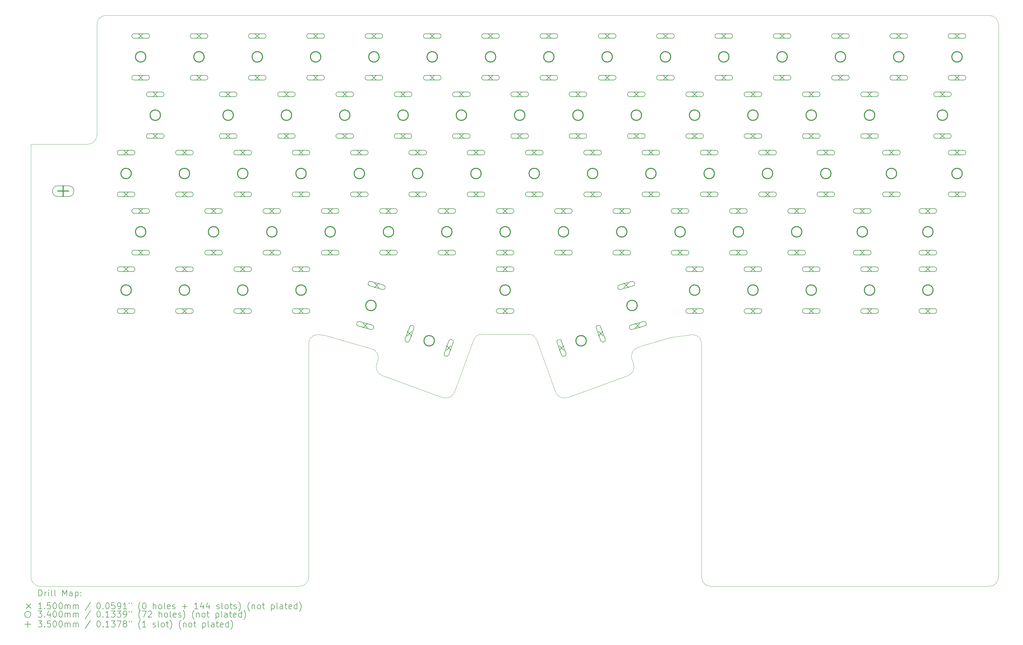
<source format=gbr>
%TF.GenerationSoftware,KiCad,Pcbnew,(6.0.7-1)-1*%
%TF.CreationDate,2022-08-16T19:54:16+02:00*%
%TF.ProjectId,keychron-optical-keyboard,6b657963-6872-46f6-9e2d-6f7074696361,rev?*%
%TF.SameCoordinates,Original*%
%TF.FileFunction,Drillmap*%
%TF.FilePolarity,Positive*%
%FSLAX45Y45*%
G04 Gerber Fmt 4.5, Leading zero omitted, Abs format (unit mm)*
G04 Created by KiCad (PCBNEW (6.0.7-1)-1) date 2022-08-16 19:54:16*
%MOMM*%
%LPD*%
G01*
G04 APERTURE LIST*
%ADD10C,0.100000*%
%ADD11C,0.200000*%
%ADD12C,0.150000*%
%ADD13C,0.340000*%
%ADD14C,0.350000*%
G04 APERTURE END LIST*
D10*
X29550000Y-17250000D02*
G75*
G03*
X29850000Y-16950000I0J300000D01*
G01*
X20175000Y-9350000D02*
X20175000Y-11350000D01*
X7375000Y-16950000D02*
X7375000Y-11650000D01*
X17779633Y-10382636D02*
G75*
G03*
X17958936Y-9998127I-102603J281906D01*
G01*
X20175000Y-11350000D02*
X20175000Y-11650000D01*
X775000Y1350000D02*
X29550000Y1350000D01*
X-1675000Y-16950000D02*
G75*
G03*
X-1375000Y-17250000I300000J0D01*
G01*
X9030390Y-9397703D02*
X9426049Y-9513173D01*
X7757691Y-9061622D02*
X7888891Y-9070384D01*
X9770366Y-10382641D02*
X11743720Y-11100883D01*
X-1675000Y-11350000D02*
X-1675000Y-11650000D01*
X15421764Y-10921582D02*
G75*
G03*
X15806280Y-11100883I281906J102602D01*
G01*
X20175000Y-16950000D02*
G75*
G03*
X20475000Y-17250000I300000J0D01*
G01*
X14806128Y-9230135D02*
G75*
G03*
X14524222Y-9032741I-281908J-102605D01*
G01*
X13025778Y-9032741D02*
X14524222Y-9032741D01*
X20175000Y-9350000D02*
G75*
G03*
X19792309Y-9061622I-300000J0D01*
G01*
X13025778Y-9032739D02*
G75*
G03*
X12743870Y-9230135I2J-300002D01*
G01*
X19195309Y-9135848D02*
X19792309Y-9061622D01*
X7757691Y-9061622D02*
G75*
G03*
X7375000Y-9350000I-82691J-288379D01*
G01*
X15421766Y-10921581D02*
X14806130Y-9230135D01*
X7075000Y-17250000D02*
G75*
G03*
X7375000Y-16950000I0J300000D01*
G01*
X-1375000Y-17250000D02*
X7075000Y-17250000D01*
X20475000Y-17250000D02*
X29550000Y-17250000D01*
X7888891Y-9070384D02*
X9030390Y-9397703D01*
X17779634Y-10382641D02*
X15806280Y-11100883D01*
X29850000Y-11650000D02*
X29850000Y-11350000D01*
X175000Y-2850000D02*
G75*
G03*
X475000Y-2550000I0J300000D01*
G01*
X17958936Y-9998127D02*
X17907633Y-9857173D01*
X7375000Y-11350000D02*
X7375000Y-9350000D01*
X29850000Y1050000D02*
G75*
G03*
X29550000Y1350000I-300000J0D01*
G01*
X-1675000Y-2850000D02*
X-1675000Y-11350000D01*
X-1675000Y-11650000D02*
X-1675000Y-16950000D01*
X18106850Y-9466189D02*
X18282110Y-9397703D01*
X7375000Y-11650000D02*
X7375000Y-11350000D01*
X29850000Y-16950000D02*
X29850000Y-11650000D01*
X9591059Y-9998125D02*
G75*
G03*
X9770366Y-10382641I281911J-102605D01*
G01*
X20175000Y-11650000D02*
X20175000Y-16950000D01*
X12128234Y-10921581D02*
X12743870Y-9230135D01*
X11743721Y-11100881D02*
G75*
G03*
X12128234Y-10921581I102609J281901D01*
G01*
X18282110Y-9397703D02*
X19195309Y-9135848D01*
X18106851Y-9466193D02*
G75*
G03*
X17907633Y-9857173I82689J-288377D01*
G01*
X475000Y1050000D02*
X475000Y-2550000D01*
X175000Y-2850000D02*
X-1675000Y-2850000D01*
X775000Y1350000D02*
G75*
G03*
X475000Y1050000I0J-300000D01*
G01*
X9625265Y-9904157D02*
G75*
G03*
X9426049Y-9513173I-281905J102607D01*
G01*
X29850000Y-11350000D02*
X29850000Y1050000D01*
X9591064Y-9998127D02*
X9625266Y-9904158D01*
D11*
D12*
X1350000Y-3045000D02*
X1500000Y-3195000D01*
X1500000Y-3045000D02*
X1350000Y-3195000D01*
D11*
X1210000Y-3195000D02*
X1640000Y-3195000D01*
X1210000Y-3045000D02*
X1640000Y-3045000D01*
X1640000Y-3195000D02*
G75*
G03*
X1640000Y-3045000I0J75000D01*
G01*
X1210000Y-3045000D02*
G75*
G03*
X1210000Y-3195000I0J-75000D01*
G01*
D12*
X1350000Y-4405000D02*
X1500000Y-4555000D01*
X1500000Y-4405000D02*
X1350000Y-4555000D01*
D11*
X1210000Y-4555000D02*
X1640000Y-4555000D01*
X1210000Y-4405000D02*
X1640000Y-4405000D01*
X1640000Y-4555000D02*
G75*
G03*
X1640000Y-4405000I0J75000D01*
G01*
X1210000Y-4405000D02*
G75*
G03*
X1210000Y-4555000I0J-75000D01*
G01*
D12*
X1350000Y-6845000D02*
X1500000Y-6995000D01*
X1500000Y-6845000D02*
X1350000Y-6995000D01*
D11*
X1210000Y-6995000D02*
X1640000Y-6995000D01*
X1210000Y-6845000D02*
X1640000Y-6845000D01*
X1640000Y-6995000D02*
G75*
G03*
X1640000Y-6845000I0J75000D01*
G01*
X1210000Y-6845000D02*
G75*
G03*
X1210000Y-6995000I0J-75000D01*
G01*
D12*
X1350000Y-8205000D02*
X1500000Y-8355000D01*
X1500000Y-8205000D02*
X1350000Y-8355000D01*
D11*
X1210000Y-8355000D02*
X1640000Y-8355000D01*
X1210000Y-8205000D02*
X1640000Y-8205000D01*
X1640000Y-8355000D02*
G75*
G03*
X1640000Y-8205000I0J75000D01*
G01*
X1210000Y-8205000D02*
G75*
G03*
X1210000Y-8355000I0J-75000D01*
G01*
D12*
X1825000Y755000D02*
X1975000Y605000D01*
X1975000Y755000D02*
X1825000Y605000D01*
D11*
X1685000Y605000D02*
X2115000Y605000D01*
X1685000Y755000D02*
X2115000Y755000D01*
X2115000Y605000D02*
G75*
G03*
X2115000Y755000I0J75000D01*
G01*
X1685000Y755000D02*
G75*
G03*
X1685000Y605000I0J-75000D01*
G01*
D12*
X1825000Y-605000D02*
X1975000Y-755000D01*
X1975000Y-605000D02*
X1825000Y-755000D01*
D11*
X1685000Y-755000D02*
X2115000Y-755000D01*
X1685000Y-605000D02*
X2115000Y-605000D01*
X2115000Y-755000D02*
G75*
G03*
X2115000Y-605000I0J75000D01*
G01*
X1685000Y-605000D02*
G75*
G03*
X1685000Y-755000I0J-75000D01*
G01*
D12*
X1825000Y-4945000D02*
X1975000Y-5095000D01*
X1975000Y-4945000D02*
X1825000Y-5095000D01*
D11*
X1685000Y-5095000D02*
X2115000Y-5095000D01*
X1685000Y-4945000D02*
X2115000Y-4945000D01*
X2115000Y-5095000D02*
G75*
G03*
X2115000Y-4945000I0J75000D01*
G01*
X1685000Y-4945000D02*
G75*
G03*
X1685000Y-5095000I0J-75000D01*
G01*
D12*
X1825000Y-6305000D02*
X1975000Y-6455000D01*
X1975000Y-6305000D02*
X1825000Y-6455000D01*
D11*
X1685000Y-6455000D02*
X2115000Y-6455000D01*
X1685000Y-6305000D02*
X2115000Y-6305000D01*
X2115000Y-6455000D02*
G75*
G03*
X2115000Y-6305000I0J75000D01*
G01*
X1685000Y-6305000D02*
G75*
G03*
X1685000Y-6455000I0J-75000D01*
G01*
D12*
X2300000Y-1145000D02*
X2450000Y-1295000D01*
X2450000Y-1145000D02*
X2300000Y-1295000D01*
D11*
X2160000Y-1295000D02*
X2590000Y-1295000D01*
X2160000Y-1145000D02*
X2590000Y-1145000D01*
X2590000Y-1295000D02*
G75*
G03*
X2590000Y-1145000I0J75000D01*
G01*
X2160000Y-1145000D02*
G75*
G03*
X2160000Y-1295000I0J-75000D01*
G01*
D12*
X2300000Y-2505000D02*
X2450000Y-2655000D01*
X2450000Y-2505000D02*
X2300000Y-2655000D01*
D11*
X2160000Y-2655000D02*
X2590000Y-2655000D01*
X2160000Y-2505000D02*
X2590000Y-2505000D01*
X2590000Y-2655000D02*
G75*
G03*
X2590000Y-2505000I0J75000D01*
G01*
X2160000Y-2505000D02*
G75*
G03*
X2160000Y-2655000I0J-75000D01*
G01*
D12*
X3250000Y-3045000D02*
X3400000Y-3195000D01*
X3400000Y-3045000D02*
X3250000Y-3195000D01*
D11*
X3110000Y-3195000D02*
X3540000Y-3195000D01*
X3110000Y-3045000D02*
X3540000Y-3045000D01*
X3540000Y-3195000D02*
G75*
G03*
X3540000Y-3045000I0J75000D01*
G01*
X3110000Y-3045000D02*
G75*
G03*
X3110000Y-3195000I0J-75000D01*
G01*
D12*
X3250000Y-4405000D02*
X3400000Y-4555000D01*
X3400000Y-4405000D02*
X3250000Y-4555000D01*
D11*
X3110000Y-4555000D02*
X3540000Y-4555000D01*
X3110000Y-4405000D02*
X3540000Y-4405000D01*
X3540000Y-4555000D02*
G75*
G03*
X3540000Y-4405000I0J75000D01*
G01*
X3110000Y-4405000D02*
G75*
G03*
X3110000Y-4555000I0J-75000D01*
G01*
D12*
X3250000Y-6845000D02*
X3400000Y-6995000D01*
X3400000Y-6845000D02*
X3250000Y-6995000D01*
D11*
X3110000Y-6995000D02*
X3540000Y-6995000D01*
X3110000Y-6845000D02*
X3540000Y-6845000D01*
X3540000Y-6995000D02*
G75*
G03*
X3540000Y-6845000I0J75000D01*
G01*
X3110000Y-6845000D02*
G75*
G03*
X3110000Y-6995000I0J-75000D01*
G01*
D12*
X3250000Y-8205000D02*
X3400000Y-8355000D01*
X3400000Y-8205000D02*
X3250000Y-8355000D01*
D11*
X3110000Y-8355000D02*
X3540000Y-8355000D01*
X3110000Y-8205000D02*
X3540000Y-8205000D01*
X3540000Y-8355000D02*
G75*
G03*
X3540000Y-8205000I0J75000D01*
G01*
X3110000Y-8205000D02*
G75*
G03*
X3110000Y-8355000I0J-75000D01*
G01*
D12*
X3725000Y755000D02*
X3875000Y605000D01*
X3875000Y755000D02*
X3725000Y605000D01*
D11*
X3585000Y605000D02*
X4015000Y605000D01*
X3585000Y755000D02*
X4015000Y755000D01*
X4015000Y605000D02*
G75*
G03*
X4015000Y755000I0J75000D01*
G01*
X3585000Y755000D02*
G75*
G03*
X3585000Y605000I0J-75000D01*
G01*
D12*
X3725000Y-605000D02*
X3875000Y-755000D01*
X3875000Y-605000D02*
X3725000Y-755000D01*
D11*
X3585000Y-755000D02*
X4015000Y-755000D01*
X3585000Y-605000D02*
X4015000Y-605000D01*
X4015000Y-755000D02*
G75*
G03*
X4015000Y-605000I0J75000D01*
G01*
X3585000Y-605000D02*
G75*
G03*
X3585000Y-755000I0J-75000D01*
G01*
D12*
X4200000Y-4945000D02*
X4350000Y-5095000D01*
X4350000Y-4945000D02*
X4200000Y-5095000D01*
D11*
X4060000Y-5095000D02*
X4490000Y-5095000D01*
X4060000Y-4945000D02*
X4490000Y-4945000D01*
X4490000Y-5095000D02*
G75*
G03*
X4490000Y-4945000I0J75000D01*
G01*
X4060000Y-4945000D02*
G75*
G03*
X4060000Y-5095000I0J-75000D01*
G01*
D12*
X4200000Y-6305000D02*
X4350000Y-6455000D01*
X4350000Y-6305000D02*
X4200000Y-6455000D01*
D11*
X4060000Y-6455000D02*
X4490000Y-6455000D01*
X4060000Y-6305000D02*
X4490000Y-6305000D01*
X4490000Y-6455000D02*
G75*
G03*
X4490000Y-6305000I0J75000D01*
G01*
X4060000Y-6305000D02*
G75*
G03*
X4060000Y-6455000I0J-75000D01*
G01*
D12*
X4675000Y-1145000D02*
X4825000Y-1295000D01*
X4825000Y-1145000D02*
X4675000Y-1295000D01*
D11*
X4535000Y-1295000D02*
X4965000Y-1295000D01*
X4535000Y-1145000D02*
X4965000Y-1145000D01*
X4965000Y-1295000D02*
G75*
G03*
X4965000Y-1145000I0J75000D01*
G01*
X4535000Y-1145000D02*
G75*
G03*
X4535000Y-1295000I0J-75000D01*
G01*
D12*
X4675000Y-2505000D02*
X4825000Y-2655000D01*
X4825000Y-2505000D02*
X4675000Y-2655000D01*
D11*
X4535000Y-2655000D02*
X4965000Y-2655000D01*
X4535000Y-2505000D02*
X4965000Y-2505000D01*
X4965000Y-2655000D02*
G75*
G03*
X4965000Y-2505000I0J75000D01*
G01*
X4535000Y-2505000D02*
G75*
G03*
X4535000Y-2655000I0J-75000D01*
G01*
D12*
X5150000Y-3045000D02*
X5300000Y-3195000D01*
X5300000Y-3045000D02*
X5150000Y-3195000D01*
D11*
X5010000Y-3195000D02*
X5440000Y-3195000D01*
X5010000Y-3045000D02*
X5440000Y-3045000D01*
X5440000Y-3195000D02*
G75*
G03*
X5440000Y-3045000I0J75000D01*
G01*
X5010000Y-3045000D02*
G75*
G03*
X5010000Y-3195000I0J-75000D01*
G01*
D12*
X5150000Y-4405000D02*
X5300000Y-4555000D01*
X5300000Y-4405000D02*
X5150000Y-4555000D01*
D11*
X5010000Y-4555000D02*
X5440000Y-4555000D01*
X5010000Y-4405000D02*
X5440000Y-4405000D01*
X5440000Y-4555000D02*
G75*
G03*
X5440000Y-4405000I0J75000D01*
G01*
X5010000Y-4405000D02*
G75*
G03*
X5010000Y-4555000I0J-75000D01*
G01*
D12*
X5150000Y-6845000D02*
X5300000Y-6995000D01*
X5300000Y-6845000D02*
X5150000Y-6995000D01*
D11*
X5010000Y-6995000D02*
X5440000Y-6995000D01*
X5010000Y-6845000D02*
X5440000Y-6845000D01*
X5440000Y-6995000D02*
G75*
G03*
X5440000Y-6845000I0J75000D01*
G01*
X5010000Y-6845000D02*
G75*
G03*
X5010000Y-6995000I0J-75000D01*
G01*
D12*
X5150000Y-8205000D02*
X5300000Y-8355000D01*
X5300000Y-8205000D02*
X5150000Y-8355000D01*
D11*
X5010000Y-8355000D02*
X5440000Y-8355000D01*
X5010000Y-8205000D02*
X5440000Y-8205000D01*
X5440000Y-8355000D02*
G75*
G03*
X5440000Y-8205000I0J75000D01*
G01*
X5010000Y-8205000D02*
G75*
G03*
X5010000Y-8355000I0J-75000D01*
G01*
D12*
X5625000Y755000D02*
X5775000Y605000D01*
X5775000Y755000D02*
X5625000Y605000D01*
D11*
X5485000Y605000D02*
X5915000Y605000D01*
X5485000Y755000D02*
X5915000Y755000D01*
X5915000Y605000D02*
G75*
G03*
X5915000Y755000I0J75000D01*
G01*
X5485000Y755000D02*
G75*
G03*
X5485000Y605000I0J-75000D01*
G01*
D12*
X5625000Y-605000D02*
X5775000Y-755000D01*
X5775000Y-605000D02*
X5625000Y-755000D01*
D11*
X5485000Y-755000D02*
X5915000Y-755000D01*
X5485000Y-605000D02*
X5915000Y-605000D01*
X5915000Y-755000D02*
G75*
G03*
X5915000Y-605000I0J75000D01*
G01*
X5485000Y-605000D02*
G75*
G03*
X5485000Y-755000I0J-75000D01*
G01*
D12*
X6100000Y-4945000D02*
X6250000Y-5095000D01*
X6250000Y-4945000D02*
X6100000Y-5095000D01*
D11*
X5960000Y-5095000D02*
X6390000Y-5095000D01*
X5960000Y-4945000D02*
X6390000Y-4945000D01*
X6390000Y-5095000D02*
G75*
G03*
X6390000Y-4945000I0J75000D01*
G01*
X5960000Y-4945000D02*
G75*
G03*
X5960000Y-5095000I0J-75000D01*
G01*
D12*
X6100000Y-6305000D02*
X6250000Y-6455000D01*
X6250000Y-6305000D02*
X6100000Y-6455000D01*
D11*
X5960000Y-6455000D02*
X6390000Y-6455000D01*
X5960000Y-6305000D02*
X6390000Y-6305000D01*
X6390000Y-6455000D02*
G75*
G03*
X6390000Y-6305000I0J75000D01*
G01*
X5960000Y-6305000D02*
G75*
G03*
X5960000Y-6455000I0J-75000D01*
G01*
D12*
X6575000Y-1145000D02*
X6725000Y-1295000D01*
X6725000Y-1145000D02*
X6575000Y-1295000D01*
D11*
X6435000Y-1295000D02*
X6865000Y-1295000D01*
X6435000Y-1145000D02*
X6865000Y-1145000D01*
X6865000Y-1295000D02*
G75*
G03*
X6865000Y-1145000I0J75000D01*
G01*
X6435000Y-1145000D02*
G75*
G03*
X6435000Y-1295000I0J-75000D01*
G01*
D12*
X6575000Y-2505000D02*
X6725000Y-2655000D01*
X6725000Y-2505000D02*
X6575000Y-2655000D01*
D11*
X6435000Y-2655000D02*
X6865000Y-2655000D01*
X6435000Y-2505000D02*
X6865000Y-2505000D01*
X6865000Y-2655000D02*
G75*
G03*
X6865000Y-2505000I0J75000D01*
G01*
X6435000Y-2505000D02*
G75*
G03*
X6435000Y-2655000I0J-75000D01*
G01*
D12*
X7050000Y-3045000D02*
X7200000Y-3195000D01*
X7200000Y-3045000D02*
X7050000Y-3195000D01*
D11*
X6910000Y-3195000D02*
X7340000Y-3195000D01*
X6910000Y-3045000D02*
X7340000Y-3045000D01*
X7340000Y-3195000D02*
G75*
G03*
X7340000Y-3045000I0J75000D01*
G01*
X6910000Y-3045000D02*
G75*
G03*
X6910000Y-3195000I0J-75000D01*
G01*
D12*
X7050000Y-4405000D02*
X7200000Y-4555000D01*
X7200000Y-4405000D02*
X7050000Y-4555000D01*
D11*
X6910000Y-4555000D02*
X7340000Y-4555000D01*
X6910000Y-4405000D02*
X7340000Y-4405000D01*
X7340000Y-4555000D02*
G75*
G03*
X7340000Y-4405000I0J75000D01*
G01*
X6910000Y-4405000D02*
G75*
G03*
X6910000Y-4555000I0J-75000D01*
G01*
D12*
X7050000Y-6845000D02*
X7200000Y-6995000D01*
X7200000Y-6845000D02*
X7050000Y-6995000D01*
D11*
X6910000Y-6995000D02*
X7340000Y-6995000D01*
X6910000Y-6845000D02*
X7340000Y-6845000D01*
X7340000Y-6995000D02*
G75*
G03*
X7340000Y-6845000I0J75000D01*
G01*
X6910000Y-6845000D02*
G75*
G03*
X6910000Y-6995000I0J-75000D01*
G01*
D12*
X7050000Y-8205000D02*
X7200000Y-8355000D01*
X7200000Y-8205000D02*
X7050000Y-8355000D01*
D11*
X6910000Y-8355000D02*
X7340000Y-8355000D01*
X6910000Y-8205000D02*
X7340000Y-8205000D01*
X7340000Y-8355000D02*
G75*
G03*
X7340000Y-8205000I0J75000D01*
G01*
X6910000Y-8205000D02*
G75*
G03*
X6910000Y-8355000I0J-75000D01*
G01*
D12*
X7525000Y755000D02*
X7675000Y605000D01*
X7675000Y755000D02*
X7525000Y605000D01*
D11*
X7385000Y605000D02*
X7815000Y605000D01*
X7385000Y755000D02*
X7815000Y755000D01*
X7815000Y605000D02*
G75*
G03*
X7815000Y755000I0J75000D01*
G01*
X7385000Y755000D02*
G75*
G03*
X7385000Y605000I0J-75000D01*
G01*
D12*
X7525000Y-605000D02*
X7675000Y-755000D01*
X7675000Y-605000D02*
X7525000Y-755000D01*
D11*
X7385000Y-755000D02*
X7815000Y-755000D01*
X7385000Y-605000D02*
X7815000Y-605000D01*
X7815000Y-755000D02*
G75*
G03*
X7815000Y-605000I0J75000D01*
G01*
X7385000Y-605000D02*
G75*
G03*
X7385000Y-755000I0J-75000D01*
G01*
D12*
X8000000Y-4945000D02*
X8150000Y-5095000D01*
X8150000Y-4945000D02*
X8000000Y-5095000D01*
D11*
X7860000Y-5095000D02*
X8290000Y-5095000D01*
X7860000Y-4945000D02*
X8290000Y-4945000D01*
X8290000Y-5095000D02*
G75*
G03*
X8290000Y-4945000I0J75000D01*
G01*
X7860000Y-4945000D02*
G75*
G03*
X7860000Y-5095000I0J-75000D01*
G01*
D12*
X8000000Y-6305000D02*
X8150000Y-6455000D01*
X8150000Y-6305000D02*
X8000000Y-6455000D01*
D11*
X7860000Y-6455000D02*
X8290000Y-6455000D01*
X7860000Y-6305000D02*
X8290000Y-6305000D01*
X8290000Y-6455000D02*
G75*
G03*
X8290000Y-6305000I0J75000D01*
G01*
X7860000Y-6305000D02*
G75*
G03*
X7860000Y-6455000I0J-75000D01*
G01*
D12*
X8475000Y-1145000D02*
X8625000Y-1295000D01*
X8625000Y-1145000D02*
X8475000Y-1295000D01*
D11*
X8335000Y-1295000D02*
X8765000Y-1295000D01*
X8335000Y-1145000D02*
X8765000Y-1145000D01*
X8765000Y-1295000D02*
G75*
G03*
X8765000Y-1145000I0J75000D01*
G01*
X8335000Y-1145000D02*
G75*
G03*
X8335000Y-1295000I0J-75000D01*
G01*
D12*
X8475000Y-2505000D02*
X8625000Y-2655000D01*
X8625000Y-2505000D02*
X8475000Y-2655000D01*
D11*
X8335000Y-2655000D02*
X8765000Y-2655000D01*
X8335000Y-2505000D02*
X8765000Y-2505000D01*
X8765000Y-2655000D02*
G75*
G03*
X8765000Y-2505000I0J75000D01*
G01*
X8335000Y-2505000D02*
G75*
G03*
X8335000Y-2655000I0J-75000D01*
G01*
D12*
X8950000Y-3045000D02*
X9100000Y-3195000D01*
X9100000Y-3045000D02*
X8950000Y-3195000D01*
D11*
X8810000Y-3195000D02*
X9240000Y-3195000D01*
X8810000Y-3045000D02*
X9240000Y-3045000D01*
X9240000Y-3195000D02*
G75*
G03*
X9240000Y-3045000I0J75000D01*
G01*
X8810000Y-3045000D02*
G75*
G03*
X8810000Y-3195000I0J-75000D01*
G01*
D12*
X8950000Y-4405000D02*
X9100000Y-4555000D01*
X9100000Y-4405000D02*
X8950000Y-4555000D01*
D11*
X8810000Y-4555000D02*
X9240000Y-4555000D01*
X8810000Y-4405000D02*
X9240000Y-4405000D01*
X9240000Y-4555000D02*
G75*
G03*
X9240000Y-4405000I0J75000D01*
G01*
X8810000Y-4405000D02*
G75*
G03*
X8810000Y-4555000I0J-75000D01*
G01*
D12*
X9140067Y-8678658D02*
X9290067Y-8828658D01*
X9290067Y-8678658D02*
X9140067Y-8828658D01*
D11*
X8987723Y-8766491D02*
X9401065Y-8885015D01*
X9029068Y-8622301D02*
X9442411Y-8740825D01*
X9401065Y-8885015D02*
G75*
G03*
X9442411Y-8740825I20673J72095D01*
G01*
X9029068Y-8622301D02*
G75*
G03*
X8987723Y-8766491I-20673J-72095D01*
G01*
D12*
X9425000Y755000D02*
X9575000Y605000D01*
X9575000Y755000D02*
X9425000Y605000D01*
D11*
X9285000Y605000D02*
X9715000Y605000D01*
X9285000Y755000D02*
X9715000Y755000D01*
X9715000Y605000D02*
G75*
G03*
X9715000Y755000I0J75000D01*
G01*
X9285000Y755000D02*
G75*
G03*
X9285000Y605000I0J-75000D01*
G01*
D12*
X9425000Y-605000D02*
X9575000Y-755000D01*
X9575000Y-605000D02*
X9425000Y-755000D01*
D11*
X9285000Y-755000D02*
X9715000Y-755000D01*
X9285000Y-605000D02*
X9715000Y-605000D01*
X9715000Y-755000D02*
G75*
G03*
X9715000Y-605000I0J75000D01*
G01*
X9285000Y-605000D02*
G75*
G03*
X9285000Y-755000I0J-75000D01*
G01*
D12*
X9514933Y-7371342D02*
X9664933Y-7521342D01*
X9664933Y-7371342D02*
X9514933Y-7521342D01*
D11*
X9362589Y-7459175D02*
X9775932Y-7577699D01*
X9403935Y-7314985D02*
X9817278Y-7433509D01*
X9775932Y-7577699D02*
G75*
G03*
X9817278Y-7433509I20673J72095D01*
G01*
X9403935Y-7314985D02*
G75*
G03*
X9362589Y-7459175I-20673J-72095D01*
G01*
D12*
X9900000Y-4945000D02*
X10050000Y-5095000D01*
X10050000Y-4945000D02*
X9900000Y-5095000D01*
D11*
X9760000Y-5095000D02*
X10190000Y-5095000D01*
X9760000Y-4945000D02*
X10190000Y-4945000D01*
X10190000Y-5095000D02*
G75*
G03*
X10190000Y-4945000I0J75000D01*
G01*
X9760000Y-4945000D02*
G75*
G03*
X9760000Y-5095000I0J-75000D01*
G01*
D12*
X9900000Y-6305000D02*
X10050000Y-6455000D01*
X10050000Y-6305000D02*
X9900000Y-6455000D01*
D11*
X9760000Y-6455000D02*
X10190000Y-6455000D01*
X9760000Y-6305000D02*
X10190000Y-6305000D01*
X10190000Y-6455000D02*
G75*
G03*
X10190000Y-6305000I0J75000D01*
G01*
X9760000Y-6305000D02*
G75*
G03*
X9760000Y-6455000I0J-75000D01*
G01*
D12*
X10375000Y-1145000D02*
X10525000Y-1295000D01*
X10525000Y-1145000D02*
X10375000Y-1295000D01*
D11*
X10235000Y-1295000D02*
X10665000Y-1295000D01*
X10235000Y-1145000D02*
X10665000Y-1145000D01*
X10665000Y-1295000D02*
G75*
G03*
X10665000Y-1145000I0J75000D01*
G01*
X10235000Y-1145000D02*
G75*
G03*
X10235000Y-1295000I0J-75000D01*
G01*
D12*
X10375000Y-2505000D02*
X10525000Y-2655000D01*
X10525000Y-2505000D02*
X10375000Y-2655000D01*
D11*
X10235000Y-2655000D02*
X10665000Y-2655000D01*
X10235000Y-2505000D02*
X10665000Y-2505000D01*
X10665000Y-2655000D02*
G75*
G03*
X10665000Y-2505000I0J75000D01*
G01*
X10235000Y-2505000D02*
G75*
G03*
X10235000Y-2655000I0J-75000D01*
G01*
D12*
X10586009Y-8942426D02*
X10736009Y-9092426D01*
X10736009Y-8942426D02*
X10586009Y-9092426D01*
D11*
X10657952Y-9245112D02*
X10805020Y-8841044D01*
X10516998Y-9193809D02*
X10664066Y-8789741D01*
X10805020Y-8841044D02*
G75*
G03*
X10664066Y-8789741I-70477J25652D01*
G01*
X10516998Y-9193809D02*
G75*
G03*
X10657952Y-9245112I70477J-25652D01*
G01*
D12*
X10850000Y-3045000D02*
X11000000Y-3195000D01*
X11000000Y-3045000D02*
X10850000Y-3195000D01*
D11*
X10710000Y-3195000D02*
X11140000Y-3195000D01*
X10710000Y-3045000D02*
X11140000Y-3045000D01*
X11140000Y-3195000D02*
G75*
G03*
X11140000Y-3045000I0J75000D01*
G01*
X10710000Y-3045000D02*
G75*
G03*
X10710000Y-3195000I0J-75000D01*
G01*
D12*
X10850000Y-4405000D02*
X11000000Y-4555000D01*
X11000000Y-4405000D02*
X10850000Y-4555000D01*
D11*
X10710000Y-4555000D02*
X11140000Y-4555000D01*
X10710000Y-4405000D02*
X11140000Y-4405000D01*
X11140000Y-4555000D02*
G75*
G03*
X11140000Y-4405000I0J75000D01*
G01*
X10710000Y-4405000D02*
G75*
G03*
X10710000Y-4555000I0J-75000D01*
G01*
D12*
X11325000Y755000D02*
X11475000Y605000D01*
X11475000Y755000D02*
X11325000Y605000D01*
D11*
X11185000Y605000D02*
X11615000Y605000D01*
X11185000Y755000D02*
X11615000Y755000D01*
X11615000Y605000D02*
G75*
G03*
X11615000Y755000I0J75000D01*
G01*
X11185000Y755000D02*
G75*
G03*
X11185000Y605000I0J-75000D01*
G01*
D12*
X11325000Y-605000D02*
X11475000Y-755000D01*
X11475000Y-605000D02*
X11325000Y-755000D01*
D11*
X11185000Y-755000D02*
X11615000Y-755000D01*
X11185000Y-605000D02*
X11615000Y-605000D01*
X11615000Y-755000D02*
G75*
G03*
X11615000Y-605000I0J75000D01*
G01*
X11185000Y-605000D02*
G75*
G03*
X11185000Y-755000I0J-75000D01*
G01*
D12*
X11800000Y-4945000D02*
X11950000Y-5095000D01*
X11950000Y-4945000D02*
X11800000Y-5095000D01*
D11*
X11660000Y-5095000D02*
X12090000Y-5095000D01*
X11660000Y-4945000D02*
X12090000Y-4945000D01*
X12090000Y-5095000D02*
G75*
G03*
X12090000Y-4945000I0J75000D01*
G01*
X11660000Y-4945000D02*
G75*
G03*
X11660000Y-5095000I0J-75000D01*
G01*
D12*
X11800000Y-6305000D02*
X11950000Y-6455000D01*
X11950000Y-6305000D02*
X11800000Y-6455000D01*
D11*
X11660000Y-6455000D02*
X12090000Y-6455000D01*
X11660000Y-6305000D02*
X12090000Y-6305000D01*
X12090000Y-6455000D02*
G75*
G03*
X12090000Y-6305000I0J75000D01*
G01*
X11660000Y-6305000D02*
G75*
G03*
X11660000Y-6455000I0J-75000D01*
G01*
D12*
X11863991Y-9407574D02*
X12013991Y-9557574D01*
X12013991Y-9407574D02*
X11863991Y-9557574D01*
D11*
X11935934Y-9710259D02*
X12083002Y-9306191D01*
X11794980Y-9658956D02*
X11942048Y-9254888D01*
X12083002Y-9306191D02*
G75*
G03*
X11942048Y-9254888I-70477J25652D01*
G01*
X11794980Y-9658956D02*
G75*
G03*
X11935934Y-9710259I70477J-25652D01*
G01*
D12*
X12275000Y-1145000D02*
X12425000Y-1295000D01*
X12425000Y-1145000D02*
X12275000Y-1295000D01*
D11*
X12135000Y-1295000D02*
X12565000Y-1295000D01*
X12135000Y-1145000D02*
X12565000Y-1145000D01*
X12565000Y-1295000D02*
G75*
G03*
X12565000Y-1145000I0J75000D01*
G01*
X12135000Y-1145000D02*
G75*
G03*
X12135000Y-1295000I0J-75000D01*
G01*
D12*
X12275000Y-2505000D02*
X12425000Y-2655000D01*
X12425000Y-2505000D02*
X12275000Y-2655000D01*
D11*
X12135000Y-2655000D02*
X12565000Y-2655000D01*
X12135000Y-2505000D02*
X12565000Y-2505000D01*
X12565000Y-2655000D02*
G75*
G03*
X12565000Y-2505000I0J75000D01*
G01*
X12135000Y-2505000D02*
G75*
G03*
X12135000Y-2655000I0J-75000D01*
G01*
D12*
X12750000Y-3045000D02*
X12900000Y-3195000D01*
X12900000Y-3045000D02*
X12750000Y-3195000D01*
D11*
X12610000Y-3195000D02*
X13040000Y-3195000D01*
X12610000Y-3045000D02*
X13040000Y-3045000D01*
X13040000Y-3195000D02*
G75*
G03*
X13040000Y-3045000I0J75000D01*
G01*
X12610000Y-3045000D02*
G75*
G03*
X12610000Y-3195000I0J-75000D01*
G01*
D12*
X12750000Y-4405000D02*
X12900000Y-4555000D01*
X12900000Y-4405000D02*
X12750000Y-4555000D01*
D11*
X12610000Y-4555000D02*
X13040000Y-4555000D01*
X12610000Y-4405000D02*
X13040000Y-4405000D01*
X13040000Y-4555000D02*
G75*
G03*
X13040000Y-4405000I0J75000D01*
G01*
X12610000Y-4405000D02*
G75*
G03*
X12610000Y-4555000I0J-75000D01*
G01*
D12*
X13225000Y755000D02*
X13375000Y605000D01*
X13375000Y755000D02*
X13225000Y605000D01*
D11*
X13085000Y605000D02*
X13515000Y605000D01*
X13085000Y755000D02*
X13515000Y755000D01*
X13515000Y605000D02*
G75*
G03*
X13515000Y755000I0J75000D01*
G01*
X13085000Y755000D02*
G75*
G03*
X13085000Y605000I0J-75000D01*
G01*
D12*
X13225000Y-605000D02*
X13375000Y-755000D01*
X13375000Y-605000D02*
X13225000Y-755000D01*
D11*
X13085000Y-755000D02*
X13515000Y-755000D01*
X13085000Y-605000D02*
X13515000Y-605000D01*
X13515000Y-755000D02*
G75*
G03*
X13515000Y-605000I0J75000D01*
G01*
X13085000Y-605000D02*
G75*
G03*
X13085000Y-755000I0J-75000D01*
G01*
D12*
X13700000Y-4945000D02*
X13850000Y-5095000D01*
X13850000Y-4945000D02*
X13700000Y-5095000D01*
D11*
X13560000Y-5095000D02*
X13990000Y-5095000D01*
X13560000Y-4945000D02*
X13990000Y-4945000D01*
X13990000Y-5095000D02*
G75*
G03*
X13990000Y-4945000I0J75000D01*
G01*
X13560000Y-4945000D02*
G75*
G03*
X13560000Y-5095000I0J-75000D01*
G01*
D12*
X13700000Y-6305000D02*
X13850000Y-6455000D01*
X13850000Y-6305000D02*
X13700000Y-6455000D01*
D11*
X13560000Y-6455000D02*
X13990000Y-6455000D01*
X13560000Y-6305000D02*
X13990000Y-6305000D01*
X13990000Y-6455000D02*
G75*
G03*
X13990000Y-6305000I0J75000D01*
G01*
X13560000Y-6305000D02*
G75*
G03*
X13560000Y-6455000I0J-75000D01*
G01*
D12*
X13700000Y-6845000D02*
X13850000Y-6995000D01*
X13850000Y-6845000D02*
X13700000Y-6995000D01*
D11*
X13560000Y-6995000D02*
X13990000Y-6995000D01*
X13560000Y-6845000D02*
X13990000Y-6845000D01*
X13990000Y-6995000D02*
G75*
G03*
X13990000Y-6845000I0J75000D01*
G01*
X13560000Y-6845000D02*
G75*
G03*
X13560000Y-6995000I0J-75000D01*
G01*
D12*
X13700000Y-8205000D02*
X13850000Y-8355000D01*
X13850000Y-8205000D02*
X13700000Y-8355000D01*
D11*
X13560000Y-8355000D02*
X13990000Y-8355000D01*
X13560000Y-8205000D02*
X13990000Y-8205000D01*
X13990000Y-8355000D02*
G75*
G03*
X13990000Y-8205000I0J75000D01*
G01*
X13560000Y-8205000D02*
G75*
G03*
X13560000Y-8355000I0J-75000D01*
G01*
D12*
X14175000Y-1145000D02*
X14325000Y-1295000D01*
X14325000Y-1145000D02*
X14175000Y-1295000D01*
D11*
X14035000Y-1295000D02*
X14465000Y-1295000D01*
X14035000Y-1145000D02*
X14465000Y-1145000D01*
X14465000Y-1295000D02*
G75*
G03*
X14465000Y-1145000I0J75000D01*
G01*
X14035000Y-1145000D02*
G75*
G03*
X14035000Y-1295000I0J-75000D01*
G01*
D12*
X14175000Y-2505000D02*
X14325000Y-2655000D01*
X14325000Y-2505000D02*
X14175000Y-2655000D01*
D11*
X14035000Y-2655000D02*
X14465000Y-2655000D01*
X14035000Y-2505000D02*
X14465000Y-2505000D01*
X14465000Y-2655000D02*
G75*
G03*
X14465000Y-2505000I0J75000D01*
G01*
X14035000Y-2505000D02*
G75*
G03*
X14035000Y-2655000I0J-75000D01*
G01*
D12*
X14650000Y-3045000D02*
X14800000Y-3195000D01*
X14800000Y-3045000D02*
X14650000Y-3195000D01*
D11*
X14510000Y-3195000D02*
X14940000Y-3195000D01*
X14510000Y-3045000D02*
X14940000Y-3045000D01*
X14940000Y-3195000D02*
G75*
G03*
X14940000Y-3045000I0J75000D01*
G01*
X14510000Y-3045000D02*
G75*
G03*
X14510000Y-3195000I0J-75000D01*
G01*
D12*
X14650000Y-4405000D02*
X14800000Y-4555000D01*
X14800000Y-4405000D02*
X14650000Y-4555000D01*
D11*
X14510000Y-4555000D02*
X14940000Y-4555000D01*
X14510000Y-4405000D02*
X14940000Y-4405000D01*
X14940000Y-4555000D02*
G75*
G03*
X14940000Y-4405000I0J75000D01*
G01*
X14510000Y-4405000D02*
G75*
G03*
X14510000Y-4555000I0J-75000D01*
G01*
D12*
X15125000Y755000D02*
X15275000Y605000D01*
X15275000Y755000D02*
X15125000Y605000D01*
D11*
X14985000Y605000D02*
X15415000Y605000D01*
X14985000Y755000D02*
X15415000Y755000D01*
X15415000Y605000D02*
G75*
G03*
X15415000Y755000I0J75000D01*
G01*
X14985000Y755000D02*
G75*
G03*
X14985000Y605000I0J-75000D01*
G01*
D12*
X15125000Y-605000D02*
X15275000Y-755000D01*
X15275000Y-605000D02*
X15125000Y-755000D01*
D11*
X14985000Y-755000D02*
X15415000Y-755000D01*
X14985000Y-605000D02*
X15415000Y-605000D01*
X15415000Y-755000D02*
G75*
G03*
X15415000Y-605000I0J75000D01*
G01*
X14985000Y-605000D02*
G75*
G03*
X14985000Y-755000I0J-75000D01*
G01*
D12*
X15536009Y-9407574D02*
X15686009Y-9557574D01*
X15686009Y-9407574D02*
X15536009Y-9557574D01*
D11*
X15755020Y-9658956D02*
X15607952Y-9254888D01*
X15614066Y-9710259D02*
X15466998Y-9306191D01*
X15607952Y-9254888D02*
G75*
G03*
X15466998Y-9306191I-70477J-25652D01*
G01*
X15614066Y-9710259D02*
G75*
G03*
X15755020Y-9658956I70477J25652D01*
G01*
D12*
X15600000Y-4945000D02*
X15750000Y-5095000D01*
X15750000Y-4945000D02*
X15600000Y-5095000D01*
D11*
X15460000Y-5095000D02*
X15890000Y-5095000D01*
X15460000Y-4945000D02*
X15890000Y-4945000D01*
X15890000Y-5095000D02*
G75*
G03*
X15890000Y-4945000I0J75000D01*
G01*
X15460000Y-4945000D02*
G75*
G03*
X15460000Y-5095000I0J-75000D01*
G01*
D12*
X15600000Y-6305000D02*
X15750000Y-6455000D01*
X15750000Y-6305000D02*
X15600000Y-6455000D01*
D11*
X15460000Y-6455000D02*
X15890000Y-6455000D01*
X15460000Y-6305000D02*
X15890000Y-6305000D01*
X15890000Y-6455000D02*
G75*
G03*
X15890000Y-6305000I0J75000D01*
G01*
X15460000Y-6305000D02*
G75*
G03*
X15460000Y-6455000I0J-75000D01*
G01*
D12*
X16075000Y-1145000D02*
X16225000Y-1295000D01*
X16225000Y-1145000D02*
X16075000Y-1295000D01*
D11*
X15935000Y-1295000D02*
X16365000Y-1295000D01*
X15935000Y-1145000D02*
X16365000Y-1145000D01*
X16365000Y-1295000D02*
G75*
G03*
X16365000Y-1145000I0J75000D01*
G01*
X15935000Y-1145000D02*
G75*
G03*
X15935000Y-1295000I0J-75000D01*
G01*
D12*
X16075000Y-2505000D02*
X16225000Y-2655000D01*
X16225000Y-2505000D02*
X16075000Y-2655000D01*
D11*
X15935000Y-2655000D02*
X16365000Y-2655000D01*
X15935000Y-2505000D02*
X16365000Y-2505000D01*
X16365000Y-2655000D02*
G75*
G03*
X16365000Y-2505000I0J75000D01*
G01*
X15935000Y-2505000D02*
G75*
G03*
X15935000Y-2655000I0J-75000D01*
G01*
D12*
X16550000Y-3045000D02*
X16700000Y-3195000D01*
X16700000Y-3045000D02*
X16550000Y-3195000D01*
D11*
X16410000Y-3195000D02*
X16840000Y-3195000D01*
X16410000Y-3045000D02*
X16840000Y-3045000D01*
X16840000Y-3195000D02*
G75*
G03*
X16840000Y-3045000I0J75000D01*
G01*
X16410000Y-3045000D02*
G75*
G03*
X16410000Y-3195000I0J-75000D01*
G01*
D12*
X16550000Y-4405000D02*
X16700000Y-4555000D01*
X16700000Y-4405000D02*
X16550000Y-4555000D01*
D11*
X16410000Y-4555000D02*
X16840000Y-4555000D01*
X16410000Y-4405000D02*
X16840000Y-4405000D01*
X16840000Y-4555000D02*
G75*
G03*
X16840000Y-4405000I0J75000D01*
G01*
X16410000Y-4405000D02*
G75*
G03*
X16410000Y-4555000I0J-75000D01*
G01*
D12*
X16813991Y-8942426D02*
X16963991Y-9092426D01*
X16963991Y-8942426D02*
X16813991Y-9092426D01*
D11*
X17033002Y-9193809D02*
X16885934Y-8789741D01*
X16892048Y-9245112D02*
X16744980Y-8841044D01*
X16885934Y-8789741D02*
G75*
G03*
X16744980Y-8841044I-70477J-25652D01*
G01*
X16892048Y-9245112D02*
G75*
G03*
X17033002Y-9193809I70477J25652D01*
G01*
D12*
X17025000Y755000D02*
X17175000Y605000D01*
X17175000Y755000D02*
X17025000Y605000D01*
D11*
X16885000Y605000D02*
X17315000Y605000D01*
X16885000Y755000D02*
X17315000Y755000D01*
X17315000Y605000D02*
G75*
G03*
X17315000Y755000I0J75000D01*
G01*
X16885000Y755000D02*
G75*
G03*
X16885000Y605000I0J-75000D01*
G01*
D12*
X17025000Y-605000D02*
X17175000Y-755000D01*
X17175000Y-605000D02*
X17025000Y-755000D01*
D11*
X16885000Y-755000D02*
X17315000Y-755000D01*
X16885000Y-605000D02*
X17315000Y-605000D01*
X17315000Y-755000D02*
G75*
G03*
X17315000Y-605000I0J75000D01*
G01*
X16885000Y-605000D02*
G75*
G03*
X16885000Y-755000I0J-75000D01*
G01*
D12*
X17500000Y-4945000D02*
X17650000Y-5095000D01*
X17650000Y-4945000D02*
X17500000Y-5095000D01*
D11*
X17360000Y-5095000D02*
X17790000Y-5095000D01*
X17360000Y-4945000D02*
X17790000Y-4945000D01*
X17790000Y-5095000D02*
G75*
G03*
X17790000Y-4945000I0J75000D01*
G01*
X17360000Y-4945000D02*
G75*
G03*
X17360000Y-5095000I0J-75000D01*
G01*
D12*
X17500000Y-6305000D02*
X17650000Y-6455000D01*
X17650000Y-6305000D02*
X17500000Y-6455000D01*
D11*
X17360000Y-6455000D02*
X17790000Y-6455000D01*
X17360000Y-6305000D02*
X17790000Y-6305000D01*
X17790000Y-6455000D02*
G75*
G03*
X17790000Y-6305000I0J75000D01*
G01*
X17360000Y-6305000D02*
G75*
G03*
X17360000Y-6455000I0J-75000D01*
G01*
D12*
X17647567Y-7371342D02*
X17797567Y-7521342D01*
X17797567Y-7371342D02*
X17647567Y-7521342D01*
D11*
X17536568Y-7577699D02*
X17949911Y-7459175D01*
X17495223Y-7433509D02*
X17908565Y-7314985D01*
X17949911Y-7459175D02*
G75*
G03*
X17908565Y-7314985I-20673J72095D01*
G01*
X17495223Y-7433509D02*
G75*
G03*
X17536568Y-7577699I20673J-72095D01*
G01*
D12*
X17975000Y-1145000D02*
X18125000Y-1295000D01*
X18125000Y-1145000D02*
X17975000Y-1295000D01*
D11*
X17835000Y-1295000D02*
X18265000Y-1295000D01*
X17835000Y-1145000D02*
X18265000Y-1145000D01*
X18265000Y-1295000D02*
G75*
G03*
X18265000Y-1145000I0J75000D01*
G01*
X17835000Y-1145000D02*
G75*
G03*
X17835000Y-1295000I0J-75000D01*
G01*
D12*
X17975000Y-2505000D02*
X18125000Y-2655000D01*
X18125000Y-2505000D02*
X17975000Y-2655000D01*
D11*
X17835000Y-2655000D02*
X18265000Y-2655000D01*
X17835000Y-2505000D02*
X18265000Y-2505000D01*
X18265000Y-2655000D02*
G75*
G03*
X18265000Y-2505000I0J75000D01*
G01*
X17835000Y-2505000D02*
G75*
G03*
X17835000Y-2655000I0J-75000D01*
G01*
D12*
X18022433Y-8678658D02*
X18172433Y-8828658D01*
X18172433Y-8678658D02*
X18022433Y-8828658D01*
D11*
X17911435Y-8885015D02*
X18324778Y-8766491D01*
X17870089Y-8740825D02*
X18283432Y-8622301D01*
X18324778Y-8766491D02*
G75*
G03*
X18283432Y-8622301I-20673J72095D01*
G01*
X17870089Y-8740825D02*
G75*
G03*
X17911435Y-8885015I20673J-72095D01*
G01*
D12*
X18450000Y-3045000D02*
X18600000Y-3195000D01*
X18600000Y-3045000D02*
X18450000Y-3195000D01*
D11*
X18310000Y-3195000D02*
X18740000Y-3195000D01*
X18310000Y-3045000D02*
X18740000Y-3045000D01*
X18740000Y-3195000D02*
G75*
G03*
X18740000Y-3045000I0J75000D01*
G01*
X18310000Y-3045000D02*
G75*
G03*
X18310000Y-3195000I0J-75000D01*
G01*
D12*
X18450000Y-4405000D02*
X18600000Y-4555000D01*
X18600000Y-4405000D02*
X18450000Y-4555000D01*
D11*
X18310000Y-4555000D02*
X18740000Y-4555000D01*
X18310000Y-4405000D02*
X18740000Y-4405000D01*
X18740000Y-4555000D02*
G75*
G03*
X18740000Y-4405000I0J75000D01*
G01*
X18310000Y-4405000D02*
G75*
G03*
X18310000Y-4555000I0J-75000D01*
G01*
D12*
X18925000Y755000D02*
X19075000Y605000D01*
X19075000Y755000D02*
X18925000Y605000D01*
D11*
X18785000Y605000D02*
X19215000Y605000D01*
X18785000Y755000D02*
X19215000Y755000D01*
X19215000Y605000D02*
G75*
G03*
X19215000Y755000I0J75000D01*
G01*
X18785000Y755000D02*
G75*
G03*
X18785000Y605000I0J-75000D01*
G01*
D12*
X18925000Y-605000D02*
X19075000Y-755000D01*
X19075000Y-605000D02*
X18925000Y-755000D01*
D11*
X18785000Y-755000D02*
X19215000Y-755000D01*
X18785000Y-605000D02*
X19215000Y-605000D01*
X19215000Y-755000D02*
G75*
G03*
X19215000Y-605000I0J75000D01*
G01*
X18785000Y-605000D02*
G75*
G03*
X18785000Y-755000I0J-75000D01*
G01*
D12*
X19400000Y-4945000D02*
X19550000Y-5095000D01*
X19550000Y-4945000D02*
X19400000Y-5095000D01*
D11*
X19260000Y-5095000D02*
X19690000Y-5095000D01*
X19260000Y-4945000D02*
X19690000Y-4945000D01*
X19690000Y-5095000D02*
G75*
G03*
X19690000Y-4945000I0J75000D01*
G01*
X19260000Y-4945000D02*
G75*
G03*
X19260000Y-5095000I0J-75000D01*
G01*
D12*
X19400000Y-6305000D02*
X19550000Y-6455000D01*
X19550000Y-6305000D02*
X19400000Y-6455000D01*
D11*
X19260000Y-6455000D02*
X19690000Y-6455000D01*
X19260000Y-6305000D02*
X19690000Y-6305000D01*
X19690000Y-6455000D02*
G75*
G03*
X19690000Y-6305000I0J75000D01*
G01*
X19260000Y-6305000D02*
G75*
G03*
X19260000Y-6455000I0J-75000D01*
G01*
D12*
X19875000Y-1145000D02*
X20025000Y-1295000D01*
X20025000Y-1145000D02*
X19875000Y-1295000D01*
D11*
X19735000Y-1295000D02*
X20165000Y-1295000D01*
X19735000Y-1145000D02*
X20165000Y-1145000D01*
X20165000Y-1295000D02*
G75*
G03*
X20165000Y-1145000I0J75000D01*
G01*
X19735000Y-1145000D02*
G75*
G03*
X19735000Y-1295000I0J-75000D01*
G01*
D12*
X19875000Y-2505000D02*
X20025000Y-2655000D01*
X20025000Y-2505000D02*
X19875000Y-2655000D01*
D11*
X19735000Y-2655000D02*
X20165000Y-2655000D01*
X19735000Y-2505000D02*
X20165000Y-2505000D01*
X20165000Y-2655000D02*
G75*
G03*
X20165000Y-2505000I0J75000D01*
G01*
X19735000Y-2505000D02*
G75*
G03*
X19735000Y-2655000I0J-75000D01*
G01*
D12*
X19875000Y-6845000D02*
X20025000Y-6995000D01*
X20025000Y-6845000D02*
X19875000Y-6995000D01*
D11*
X19735000Y-6995000D02*
X20165000Y-6995000D01*
X19735000Y-6845000D02*
X20165000Y-6845000D01*
X20165000Y-6995000D02*
G75*
G03*
X20165000Y-6845000I0J75000D01*
G01*
X19735000Y-6845000D02*
G75*
G03*
X19735000Y-6995000I0J-75000D01*
G01*
D12*
X19875000Y-8205000D02*
X20025000Y-8355000D01*
X20025000Y-8205000D02*
X19875000Y-8355000D01*
D11*
X19735000Y-8355000D02*
X20165000Y-8355000D01*
X19735000Y-8205000D02*
X20165000Y-8205000D01*
X20165000Y-8355000D02*
G75*
G03*
X20165000Y-8205000I0J75000D01*
G01*
X19735000Y-8205000D02*
G75*
G03*
X19735000Y-8355000I0J-75000D01*
G01*
D12*
X20350000Y-3045000D02*
X20500000Y-3195000D01*
X20500000Y-3045000D02*
X20350000Y-3195000D01*
D11*
X20210000Y-3195000D02*
X20640000Y-3195000D01*
X20210000Y-3045000D02*
X20640000Y-3045000D01*
X20640000Y-3195000D02*
G75*
G03*
X20640000Y-3045000I0J75000D01*
G01*
X20210000Y-3045000D02*
G75*
G03*
X20210000Y-3195000I0J-75000D01*
G01*
D12*
X20350000Y-4405000D02*
X20500000Y-4555000D01*
X20500000Y-4405000D02*
X20350000Y-4555000D01*
D11*
X20210000Y-4555000D02*
X20640000Y-4555000D01*
X20210000Y-4405000D02*
X20640000Y-4405000D01*
X20640000Y-4555000D02*
G75*
G03*
X20640000Y-4405000I0J75000D01*
G01*
X20210000Y-4405000D02*
G75*
G03*
X20210000Y-4555000I0J-75000D01*
G01*
D12*
X20825000Y755000D02*
X20975000Y605000D01*
X20975000Y755000D02*
X20825000Y605000D01*
D11*
X20685000Y605000D02*
X21115000Y605000D01*
X20685000Y755000D02*
X21115000Y755000D01*
X21115000Y605000D02*
G75*
G03*
X21115000Y755000I0J75000D01*
G01*
X20685000Y755000D02*
G75*
G03*
X20685000Y605000I0J-75000D01*
G01*
D12*
X20825000Y-605000D02*
X20975000Y-755000D01*
X20975000Y-605000D02*
X20825000Y-755000D01*
D11*
X20685000Y-755000D02*
X21115000Y-755000D01*
X20685000Y-605000D02*
X21115000Y-605000D01*
X21115000Y-755000D02*
G75*
G03*
X21115000Y-605000I0J75000D01*
G01*
X20685000Y-605000D02*
G75*
G03*
X20685000Y-755000I0J-75000D01*
G01*
D12*
X21300000Y-4945000D02*
X21450000Y-5095000D01*
X21450000Y-4945000D02*
X21300000Y-5095000D01*
D11*
X21160000Y-5095000D02*
X21590000Y-5095000D01*
X21160000Y-4945000D02*
X21590000Y-4945000D01*
X21590000Y-5095000D02*
G75*
G03*
X21590000Y-4945000I0J75000D01*
G01*
X21160000Y-4945000D02*
G75*
G03*
X21160000Y-5095000I0J-75000D01*
G01*
D12*
X21300000Y-6305000D02*
X21450000Y-6455000D01*
X21450000Y-6305000D02*
X21300000Y-6455000D01*
D11*
X21160000Y-6455000D02*
X21590000Y-6455000D01*
X21160000Y-6305000D02*
X21590000Y-6305000D01*
X21590000Y-6455000D02*
G75*
G03*
X21590000Y-6305000I0J75000D01*
G01*
X21160000Y-6305000D02*
G75*
G03*
X21160000Y-6455000I0J-75000D01*
G01*
D12*
X21775000Y-1145000D02*
X21925000Y-1295000D01*
X21925000Y-1145000D02*
X21775000Y-1295000D01*
D11*
X21635000Y-1295000D02*
X22065000Y-1295000D01*
X21635000Y-1145000D02*
X22065000Y-1145000D01*
X22065000Y-1295000D02*
G75*
G03*
X22065000Y-1145000I0J75000D01*
G01*
X21635000Y-1145000D02*
G75*
G03*
X21635000Y-1295000I0J-75000D01*
G01*
D12*
X21775000Y-2505000D02*
X21925000Y-2655000D01*
X21925000Y-2505000D02*
X21775000Y-2655000D01*
D11*
X21635000Y-2655000D02*
X22065000Y-2655000D01*
X21635000Y-2505000D02*
X22065000Y-2505000D01*
X22065000Y-2655000D02*
G75*
G03*
X22065000Y-2505000I0J75000D01*
G01*
X21635000Y-2505000D02*
G75*
G03*
X21635000Y-2655000I0J-75000D01*
G01*
D12*
X21775000Y-6845000D02*
X21925000Y-6995000D01*
X21925000Y-6845000D02*
X21775000Y-6995000D01*
D11*
X21635000Y-6995000D02*
X22065000Y-6995000D01*
X21635000Y-6845000D02*
X22065000Y-6845000D01*
X22065000Y-6995000D02*
G75*
G03*
X22065000Y-6845000I0J75000D01*
G01*
X21635000Y-6845000D02*
G75*
G03*
X21635000Y-6995000I0J-75000D01*
G01*
D12*
X21775000Y-8205000D02*
X21925000Y-8355000D01*
X21925000Y-8205000D02*
X21775000Y-8355000D01*
D11*
X21635000Y-8355000D02*
X22065000Y-8355000D01*
X21635000Y-8205000D02*
X22065000Y-8205000D01*
X22065000Y-8355000D02*
G75*
G03*
X22065000Y-8205000I0J75000D01*
G01*
X21635000Y-8205000D02*
G75*
G03*
X21635000Y-8355000I0J-75000D01*
G01*
D12*
X22250000Y-3045000D02*
X22400000Y-3195000D01*
X22400000Y-3045000D02*
X22250000Y-3195000D01*
D11*
X22110000Y-3195000D02*
X22540000Y-3195000D01*
X22110000Y-3045000D02*
X22540000Y-3045000D01*
X22540000Y-3195000D02*
G75*
G03*
X22540000Y-3045000I0J75000D01*
G01*
X22110000Y-3045000D02*
G75*
G03*
X22110000Y-3195000I0J-75000D01*
G01*
D12*
X22250000Y-4405000D02*
X22400000Y-4555000D01*
X22400000Y-4405000D02*
X22250000Y-4555000D01*
D11*
X22110000Y-4555000D02*
X22540000Y-4555000D01*
X22110000Y-4405000D02*
X22540000Y-4405000D01*
X22540000Y-4555000D02*
G75*
G03*
X22540000Y-4405000I0J75000D01*
G01*
X22110000Y-4405000D02*
G75*
G03*
X22110000Y-4555000I0J-75000D01*
G01*
D12*
X22725000Y755000D02*
X22875000Y605000D01*
X22875000Y755000D02*
X22725000Y605000D01*
D11*
X22585000Y605000D02*
X23015000Y605000D01*
X22585000Y755000D02*
X23015000Y755000D01*
X23015000Y605000D02*
G75*
G03*
X23015000Y755000I0J75000D01*
G01*
X22585000Y755000D02*
G75*
G03*
X22585000Y605000I0J-75000D01*
G01*
D12*
X22725000Y-605000D02*
X22875000Y-755000D01*
X22875000Y-605000D02*
X22725000Y-755000D01*
D11*
X22585000Y-755000D02*
X23015000Y-755000D01*
X22585000Y-605000D02*
X23015000Y-605000D01*
X23015000Y-755000D02*
G75*
G03*
X23015000Y-605000I0J75000D01*
G01*
X22585000Y-605000D02*
G75*
G03*
X22585000Y-755000I0J-75000D01*
G01*
D12*
X23200000Y-4945000D02*
X23350000Y-5095000D01*
X23350000Y-4945000D02*
X23200000Y-5095000D01*
D11*
X23060000Y-5095000D02*
X23490000Y-5095000D01*
X23060000Y-4945000D02*
X23490000Y-4945000D01*
X23490000Y-5095000D02*
G75*
G03*
X23490000Y-4945000I0J75000D01*
G01*
X23060000Y-4945000D02*
G75*
G03*
X23060000Y-5095000I0J-75000D01*
G01*
D12*
X23200000Y-6305000D02*
X23350000Y-6455000D01*
X23350000Y-6305000D02*
X23200000Y-6455000D01*
D11*
X23060000Y-6455000D02*
X23490000Y-6455000D01*
X23060000Y-6305000D02*
X23490000Y-6305000D01*
X23490000Y-6455000D02*
G75*
G03*
X23490000Y-6305000I0J75000D01*
G01*
X23060000Y-6305000D02*
G75*
G03*
X23060000Y-6455000I0J-75000D01*
G01*
D12*
X23675000Y-1145000D02*
X23825000Y-1295000D01*
X23825000Y-1145000D02*
X23675000Y-1295000D01*
D11*
X23535000Y-1295000D02*
X23965000Y-1295000D01*
X23535000Y-1145000D02*
X23965000Y-1145000D01*
X23965000Y-1295000D02*
G75*
G03*
X23965000Y-1145000I0J75000D01*
G01*
X23535000Y-1145000D02*
G75*
G03*
X23535000Y-1295000I0J-75000D01*
G01*
D12*
X23675000Y-2505000D02*
X23825000Y-2655000D01*
X23825000Y-2505000D02*
X23675000Y-2655000D01*
D11*
X23535000Y-2655000D02*
X23965000Y-2655000D01*
X23535000Y-2505000D02*
X23965000Y-2505000D01*
X23965000Y-2655000D02*
G75*
G03*
X23965000Y-2505000I0J75000D01*
G01*
X23535000Y-2505000D02*
G75*
G03*
X23535000Y-2655000I0J-75000D01*
G01*
D12*
X23675000Y-6845000D02*
X23825000Y-6995000D01*
X23825000Y-6845000D02*
X23675000Y-6995000D01*
D11*
X23535000Y-6995000D02*
X23965000Y-6995000D01*
X23535000Y-6845000D02*
X23965000Y-6845000D01*
X23965000Y-6995000D02*
G75*
G03*
X23965000Y-6845000I0J75000D01*
G01*
X23535000Y-6845000D02*
G75*
G03*
X23535000Y-6995000I0J-75000D01*
G01*
D12*
X23675000Y-8205000D02*
X23825000Y-8355000D01*
X23825000Y-8205000D02*
X23675000Y-8355000D01*
D11*
X23535000Y-8355000D02*
X23965000Y-8355000D01*
X23535000Y-8205000D02*
X23965000Y-8205000D01*
X23965000Y-8355000D02*
G75*
G03*
X23965000Y-8205000I0J75000D01*
G01*
X23535000Y-8205000D02*
G75*
G03*
X23535000Y-8355000I0J-75000D01*
G01*
D12*
X24150000Y-3045000D02*
X24300000Y-3195000D01*
X24300000Y-3045000D02*
X24150000Y-3195000D01*
D11*
X24010000Y-3195000D02*
X24440000Y-3195000D01*
X24010000Y-3045000D02*
X24440000Y-3045000D01*
X24440000Y-3195000D02*
G75*
G03*
X24440000Y-3045000I0J75000D01*
G01*
X24010000Y-3045000D02*
G75*
G03*
X24010000Y-3195000I0J-75000D01*
G01*
D12*
X24150000Y-4405000D02*
X24300000Y-4555000D01*
X24300000Y-4405000D02*
X24150000Y-4555000D01*
D11*
X24010000Y-4555000D02*
X24440000Y-4555000D01*
X24010000Y-4405000D02*
X24440000Y-4405000D01*
X24440000Y-4555000D02*
G75*
G03*
X24440000Y-4405000I0J75000D01*
G01*
X24010000Y-4405000D02*
G75*
G03*
X24010000Y-4555000I0J-75000D01*
G01*
D12*
X24625000Y755000D02*
X24775000Y605000D01*
X24775000Y755000D02*
X24625000Y605000D01*
D11*
X24485000Y605000D02*
X24915000Y605000D01*
X24485000Y755000D02*
X24915000Y755000D01*
X24915000Y605000D02*
G75*
G03*
X24915000Y755000I0J75000D01*
G01*
X24485000Y755000D02*
G75*
G03*
X24485000Y605000I0J-75000D01*
G01*
D12*
X24625000Y-605000D02*
X24775000Y-755000D01*
X24775000Y-605000D02*
X24625000Y-755000D01*
D11*
X24485000Y-755000D02*
X24915000Y-755000D01*
X24485000Y-605000D02*
X24915000Y-605000D01*
X24915000Y-755000D02*
G75*
G03*
X24915000Y-605000I0J75000D01*
G01*
X24485000Y-605000D02*
G75*
G03*
X24485000Y-755000I0J-75000D01*
G01*
D12*
X25337500Y-4945000D02*
X25487500Y-5095000D01*
X25487500Y-4945000D02*
X25337500Y-5095000D01*
D11*
X25197500Y-5095000D02*
X25627500Y-5095000D01*
X25197500Y-4945000D02*
X25627500Y-4945000D01*
X25627500Y-5095000D02*
G75*
G03*
X25627500Y-4945000I0J75000D01*
G01*
X25197500Y-4945000D02*
G75*
G03*
X25197500Y-5095000I0J-75000D01*
G01*
D12*
X25337500Y-6305000D02*
X25487500Y-6455000D01*
X25487500Y-6305000D02*
X25337500Y-6455000D01*
D11*
X25197500Y-6455000D02*
X25627500Y-6455000D01*
X25197500Y-6305000D02*
X25627500Y-6305000D01*
X25627500Y-6455000D02*
G75*
G03*
X25627500Y-6305000I0J75000D01*
G01*
X25197500Y-6305000D02*
G75*
G03*
X25197500Y-6455000I0J-75000D01*
G01*
D12*
X25575000Y-1145000D02*
X25725000Y-1295000D01*
X25725000Y-1145000D02*
X25575000Y-1295000D01*
D11*
X25435000Y-1295000D02*
X25865000Y-1295000D01*
X25435000Y-1145000D02*
X25865000Y-1145000D01*
X25865000Y-1295000D02*
G75*
G03*
X25865000Y-1145000I0J75000D01*
G01*
X25435000Y-1145000D02*
G75*
G03*
X25435000Y-1295000I0J-75000D01*
G01*
D12*
X25575000Y-2505000D02*
X25725000Y-2655000D01*
X25725000Y-2505000D02*
X25575000Y-2655000D01*
D11*
X25435000Y-2655000D02*
X25865000Y-2655000D01*
X25435000Y-2505000D02*
X25865000Y-2505000D01*
X25865000Y-2655000D02*
G75*
G03*
X25865000Y-2505000I0J75000D01*
G01*
X25435000Y-2505000D02*
G75*
G03*
X25435000Y-2655000I0J-75000D01*
G01*
D12*
X25575000Y-6845000D02*
X25725000Y-6995000D01*
X25725000Y-6845000D02*
X25575000Y-6995000D01*
D11*
X25435000Y-6995000D02*
X25865000Y-6995000D01*
X25435000Y-6845000D02*
X25865000Y-6845000D01*
X25865000Y-6995000D02*
G75*
G03*
X25865000Y-6845000I0J75000D01*
G01*
X25435000Y-6845000D02*
G75*
G03*
X25435000Y-6995000I0J-75000D01*
G01*
D12*
X25575000Y-8205000D02*
X25725000Y-8355000D01*
X25725000Y-8205000D02*
X25575000Y-8355000D01*
D11*
X25435000Y-8355000D02*
X25865000Y-8355000D01*
X25435000Y-8205000D02*
X25865000Y-8205000D01*
X25865000Y-8355000D02*
G75*
G03*
X25865000Y-8205000I0J75000D01*
G01*
X25435000Y-8205000D02*
G75*
G03*
X25435000Y-8355000I0J-75000D01*
G01*
D12*
X26287500Y-3045000D02*
X26437500Y-3195000D01*
X26437500Y-3045000D02*
X26287500Y-3195000D01*
D11*
X26147500Y-3195000D02*
X26577500Y-3195000D01*
X26147500Y-3045000D02*
X26577500Y-3045000D01*
X26577500Y-3195000D02*
G75*
G03*
X26577500Y-3045000I0J75000D01*
G01*
X26147500Y-3045000D02*
G75*
G03*
X26147500Y-3195000I0J-75000D01*
G01*
D12*
X26287500Y-4405000D02*
X26437500Y-4555000D01*
X26437500Y-4405000D02*
X26287500Y-4555000D01*
D11*
X26147500Y-4555000D02*
X26577500Y-4555000D01*
X26147500Y-4405000D02*
X26577500Y-4405000D01*
X26577500Y-4555000D02*
G75*
G03*
X26577500Y-4405000I0J75000D01*
G01*
X26147500Y-4405000D02*
G75*
G03*
X26147500Y-4555000I0J-75000D01*
G01*
D12*
X26525000Y755000D02*
X26675000Y605000D01*
X26675000Y755000D02*
X26525000Y605000D01*
D11*
X26385000Y605000D02*
X26815000Y605000D01*
X26385000Y755000D02*
X26815000Y755000D01*
X26815000Y605000D02*
G75*
G03*
X26815000Y755000I0J75000D01*
G01*
X26385000Y755000D02*
G75*
G03*
X26385000Y605000I0J-75000D01*
G01*
D12*
X26525000Y-605000D02*
X26675000Y-755000D01*
X26675000Y-605000D02*
X26525000Y-755000D01*
D11*
X26385000Y-755000D02*
X26815000Y-755000D01*
X26385000Y-605000D02*
X26815000Y-605000D01*
X26815000Y-755000D02*
G75*
G03*
X26815000Y-605000I0J75000D01*
G01*
X26385000Y-605000D02*
G75*
G03*
X26385000Y-755000I0J-75000D01*
G01*
D12*
X27475000Y-4945000D02*
X27625000Y-5095000D01*
X27625000Y-4945000D02*
X27475000Y-5095000D01*
D11*
X27335000Y-5095000D02*
X27765000Y-5095000D01*
X27335000Y-4945000D02*
X27765000Y-4945000D01*
X27765000Y-5095000D02*
G75*
G03*
X27765000Y-4945000I0J75000D01*
G01*
X27335000Y-4945000D02*
G75*
G03*
X27335000Y-5095000I0J-75000D01*
G01*
D12*
X27475000Y-6305000D02*
X27625000Y-6455000D01*
X27625000Y-6305000D02*
X27475000Y-6455000D01*
D11*
X27335000Y-6455000D02*
X27765000Y-6455000D01*
X27335000Y-6305000D02*
X27765000Y-6305000D01*
X27765000Y-6455000D02*
G75*
G03*
X27765000Y-6305000I0J75000D01*
G01*
X27335000Y-6305000D02*
G75*
G03*
X27335000Y-6455000I0J-75000D01*
G01*
D12*
X27475000Y-6845000D02*
X27625000Y-6995000D01*
X27625000Y-6845000D02*
X27475000Y-6995000D01*
D11*
X27335000Y-6995000D02*
X27765000Y-6995000D01*
X27335000Y-6845000D02*
X27765000Y-6845000D01*
X27765000Y-6995000D02*
G75*
G03*
X27765000Y-6845000I0J75000D01*
G01*
X27335000Y-6845000D02*
G75*
G03*
X27335000Y-6995000I0J-75000D01*
G01*
D12*
X27475000Y-8205000D02*
X27625000Y-8355000D01*
X27625000Y-8205000D02*
X27475000Y-8355000D01*
D11*
X27335000Y-8355000D02*
X27765000Y-8355000D01*
X27335000Y-8205000D02*
X27765000Y-8205000D01*
X27765000Y-8355000D02*
G75*
G03*
X27765000Y-8205000I0J75000D01*
G01*
X27335000Y-8205000D02*
G75*
G03*
X27335000Y-8355000I0J-75000D01*
G01*
D12*
X27950000Y-1145000D02*
X28100000Y-1295000D01*
X28100000Y-1145000D02*
X27950000Y-1295000D01*
D11*
X27810000Y-1295000D02*
X28240000Y-1295000D01*
X27810000Y-1145000D02*
X28240000Y-1145000D01*
X28240000Y-1295000D02*
G75*
G03*
X28240000Y-1145000I0J75000D01*
G01*
X27810000Y-1145000D02*
G75*
G03*
X27810000Y-1295000I0J-75000D01*
G01*
D12*
X27950000Y-2505000D02*
X28100000Y-2655000D01*
X28100000Y-2505000D02*
X27950000Y-2655000D01*
D11*
X27810000Y-2655000D02*
X28240000Y-2655000D01*
X27810000Y-2505000D02*
X28240000Y-2505000D01*
X28240000Y-2655000D02*
G75*
G03*
X28240000Y-2505000I0J75000D01*
G01*
X27810000Y-2505000D02*
G75*
G03*
X27810000Y-2655000I0J-75000D01*
G01*
D12*
X28425000Y755000D02*
X28575000Y605000D01*
X28575000Y755000D02*
X28425000Y605000D01*
D11*
X28285000Y605000D02*
X28715000Y605000D01*
X28285000Y755000D02*
X28715000Y755000D01*
X28715000Y605000D02*
G75*
G03*
X28715000Y755000I0J75000D01*
G01*
X28285000Y755000D02*
G75*
G03*
X28285000Y605000I0J-75000D01*
G01*
D12*
X28425000Y-605000D02*
X28575000Y-755000D01*
X28575000Y-605000D02*
X28425000Y-755000D01*
D11*
X28285000Y-755000D02*
X28715000Y-755000D01*
X28285000Y-605000D02*
X28715000Y-605000D01*
X28715000Y-755000D02*
G75*
G03*
X28715000Y-605000I0J75000D01*
G01*
X28285000Y-605000D02*
G75*
G03*
X28285000Y-755000I0J-75000D01*
G01*
D12*
X28425000Y-3045000D02*
X28575000Y-3195000D01*
X28575000Y-3045000D02*
X28425000Y-3195000D01*
D11*
X28285000Y-3195000D02*
X28715000Y-3195000D01*
X28285000Y-3045000D02*
X28715000Y-3045000D01*
X28715000Y-3195000D02*
G75*
G03*
X28715000Y-3045000I0J75000D01*
G01*
X28285000Y-3045000D02*
G75*
G03*
X28285000Y-3195000I0J-75000D01*
G01*
D12*
X28425000Y-4405000D02*
X28575000Y-4555000D01*
X28575000Y-4405000D02*
X28425000Y-4555000D01*
D11*
X28285000Y-4555000D02*
X28715000Y-4555000D01*
X28285000Y-4405000D02*
X28715000Y-4405000D01*
X28715000Y-4555000D02*
G75*
G03*
X28715000Y-4405000I0J75000D01*
G01*
X28285000Y-4405000D02*
G75*
G03*
X28285000Y-4555000I0J-75000D01*
G01*
D13*
X1595000Y-3800000D02*
G75*
G03*
X1595000Y-3800000I-170000J0D01*
G01*
X1595000Y-7600000D02*
G75*
G03*
X1595000Y-7600000I-170000J0D01*
G01*
X2070000Y0D02*
G75*
G03*
X2070000Y0I-170000J0D01*
G01*
X2070000Y-5700000D02*
G75*
G03*
X2070000Y-5700000I-170000J0D01*
G01*
X2545000Y-1900000D02*
G75*
G03*
X2545000Y-1900000I-170000J0D01*
G01*
X3495000Y-3800000D02*
G75*
G03*
X3495000Y-3800000I-170000J0D01*
G01*
X3495000Y-7600000D02*
G75*
G03*
X3495000Y-7600000I-170000J0D01*
G01*
X3970000Y0D02*
G75*
G03*
X3970000Y0I-170000J0D01*
G01*
X4445000Y-5700000D02*
G75*
G03*
X4445000Y-5700000I-170000J0D01*
G01*
X4920000Y-1900000D02*
G75*
G03*
X4920000Y-1900000I-170000J0D01*
G01*
X5395000Y-3800000D02*
G75*
G03*
X5395000Y-3800000I-170000J0D01*
G01*
X5395000Y-7600000D02*
G75*
G03*
X5395000Y-7600000I-170000J0D01*
G01*
X5870000Y0D02*
G75*
G03*
X5870000Y0I-170000J0D01*
G01*
X6345000Y-5700000D02*
G75*
G03*
X6345000Y-5700000I-170000J0D01*
G01*
X6820000Y-1900000D02*
G75*
G03*
X6820000Y-1900000I-170000J0D01*
G01*
X7295000Y-3800000D02*
G75*
G03*
X7295000Y-3800000I-170000J0D01*
G01*
X7295000Y-7600000D02*
G75*
G03*
X7295000Y-7600000I-170000J0D01*
G01*
X7770000Y0D02*
G75*
G03*
X7770000Y0I-170000J0D01*
G01*
X8245000Y-5700000D02*
G75*
G03*
X8245000Y-5700000I-170000J0D01*
G01*
X8720000Y-1900000D02*
G75*
G03*
X8720000Y-1900000I-170000J0D01*
G01*
X9195000Y-3800000D02*
G75*
G03*
X9195000Y-3800000I-170000J0D01*
G01*
X9572500Y-8100000D02*
G75*
G03*
X9572500Y-8100000I-170000J0D01*
G01*
X9670000Y0D02*
G75*
G03*
X9670000Y0I-170000J0D01*
G01*
X10145000Y-5700000D02*
G75*
G03*
X10145000Y-5700000I-170000J0D01*
G01*
X10620000Y-1900000D02*
G75*
G03*
X10620000Y-1900000I-170000J0D01*
G01*
X11095000Y-3800000D02*
G75*
G03*
X11095000Y-3800000I-170000J0D01*
G01*
X11470000Y-9250000D02*
G75*
G03*
X11470000Y-9250000I-170000J0D01*
G01*
X11570000Y0D02*
G75*
G03*
X11570000Y0I-170000J0D01*
G01*
X12045000Y-5700000D02*
G75*
G03*
X12045000Y-5700000I-170000J0D01*
G01*
X12520000Y-1900000D02*
G75*
G03*
X12520000Y-1900000I-170000J0D01*
G01*
X12995000Y-3800000D02*
G75*
G03*
X12995000Y-3800000I-170000J0D01*
G01*
X13470000Y0D02*
G75*
G03*
X13470000Y0I-170000J0D01*
G01*
X13945000Y-5700000D02*
G75*
G03*
X13945000Y-5700000I-170000J0D01*
G01*
X13945000Y-7600000D02*
G75*
G03*
X13945000Y-7600000I-170000J0D01*
G01*
X14420000Y-1900000D02*
G75*
G03*
X14420000Y-1900000I-170000J0D01*
G01*
X14895000Y-3800000D02*
G75*
G03*
X14895000Y-3800000I-170000J0D01*
G01*
X15370000Y0D02*
G75*
G03*
X15370000Y0I-170000J0D01*
G01*
X15845000Y-5700000D02*
G75*
G03*
X15845000Y-5700000I-170000J0D01*
G01*
X16320000Y-1900000D02*
G75*
G03*
X16320000Y-1900000I-170000J0D01*
G01*
X16420000Y-9250000D02*
G75*
G03*
X16420000Y-9250000I-170000J0D01*
G01*
X16795000Y-3800000D02*
G75*
G03*
X16795000Y-3800000I-170000J0D01*
G01*
X17270000Y0D02*
G75*
G03*
X17270000Y0I-170000J0D01*
G01*
X17745000Y-5700000D02*
G75*
G03*
X17745000Y-5700000I-170000J0D01*
G01*
X18080000Y-8100000D02*
G75*
G03*
X18080000Y-8100000I-170000J0D01*
G01*
X18220000Y-1900000D02*
G75*
G03*
X18220000Y-1900000I-170000J0D01*
G01*
X18695000Y-3800000D02*
G75*
G03*
X18695000Y-3800000I-170000J0D01*
G01*
X19170000Y0D02*
G75*
G03*
X19170000Y0I-170000J0D01*
G01*
X19645000Y-5700000D02*
G75*
G03*
X19645000Y-5700000I-170000J0D01*
G01*
X20120000Y-1900000D02*
G75*
G03*
X20120000Y-1900000I-170000J0D01*
G01*
X20120000Y-7600000D02*
G75*
G03*
X20120000Y-7600000I-170000J0D01*
G01*
X20595000Y-3800000D02*
G75*
G03*
X20595000Y-3800000I-170000J0D01*
G01*
X21070000Y0D02*
G75*
G03*
X21070000Y0I-170000J0D01*
G01*
X21545000Y-5700000D02*
G75*
G03*
X21545000Y-5700000I-170000J0D01*
G01*
X22020000Y-1900000D02*
G75*
G03*
X22020000Y-1900000I-170000J0D01*
G01*
X22020000Y-7600000D02*
G75*
G03*
X22020000Y-7600000I-170000J0D01*
G01*
X22495000Y-3800000D02*
G75*
G03*
X22495000Y-3800000I-170000J0D01*
G01*
X22970000Y0D02*
G75*
G03*
X22970000Y0I-170000J0D01*
G01*
X23445000Y-5700000D02*
G75*
G03*
X23445000Y-5700000I-170000J0D01*
G01*
X23920000Y-1900000D02*
G75*
G03*
X23920000Y-1900000I-170000J0D01*
G01*
X23920000Y-7600000D02*
G75*
G03*
X23920000Y-7600000I-170000J0D01*
G01*
X24395000Y-3800000D02*
G75*
G03*
X24395000Y-3800000I-170000J0D01*
G01*
X24870000Y0D02*
G75*
G03*
X24870000Y0I-170000J0D01*
G01*
X25582500Y-5700000D02*
G75*
G03*
X25582500Y-5700000I-170000J0D01*
G01*
X25820000Y-1900000D02*
G75*
G03*
X25820000Y-1900000I-170000J0D01*
G01*
X25820000Y-7600000D02*
G75*
G03*
X25820000Y-7600000I-170000J0D01*
G01*
X26532500Y-3800000D02*
G75*
G03*
X26532500Y-3800000I-170000J0D01*
G01*
X26770000Y0D02*
G75*
G03*
X26770000Y0I-170000J0D01*
G01*
X27720000Y-5700000D02*
G75*
G03*
X27720000Y-5700000I-170000J0D01*
G01*
X27720000Y-7600000D02*
G75*
G03*
X27720000Y-7600000I-170000J0D01*
G01*
X28195000Y-1900000D02*
G75*
G03*
X28195000Y-1900000I-170000J0D01*
G01*
X28670000Y0D02*
G75*
G03*
X28670000Y0I-170000J0D01*
G01*
X28670000Y-3800000D02*
G75*
G03*
X28670000Y-3800000I-170000J0D01*
G01*
D14*
X-625000Y-4200000D02*
X-625000Y-4550000D01*
X-800000Y-4375000D02*
X-450000Y-4375000D01*
D11*
X-800000Y-4550000D02*
X-450000Y-4550000D01*
X-800000Y-4200000D02*
X-450000Y-4200000D01*
X-450000Y-4550000D02*
G75*
G03*
X-450000Y-4200000I0J175000D01*
G01*
X-800000Y-4200000D02*
G75*
G03*
X-800000Y-4550000I0J-175000D01*
G01*
X-1422381Y-17565476D02*
X-1422381Y-17365476D01*
X-1374762Y-17365476D01*
X-1346190Y-17375000D01*
X-1327143Y-17394048D01*
X-1317619Y-17413095D01*
X-1308095Y-17451190D01*
X-1308095Y-17479762D01*
X-1317619Y-17517857D01*
X-1327143Y-17536905D01*
X-1346190Y-17555952D01*
X-1374762Y-17565476D01*
X-1422381Y-17565476D01*
X-1222381Y-17565476D02*
X-1222381Y-17432143D01*
X-1222381Y-17470238D02*
X-1212857Y-17451190D01*
X-1203333Y-17441667D01*
X-1184286Y-17432143D01*
X-1165238Y-17432143D01*
X-1098571Y-17565476D02*
X-1098571Y-17432143D01*
X-1098571Y-17365476D02*
X-1108095Y-17375000D01*
X-1098571Y-17384524D01*
X-1089048Y-17375000D01*
X-1098571Y-17365476D01*
X-1098571Y-17384524D01*
X-974762Y-17565476D02*
X-993809Y-17555952D01*
X-1003333Y-17536905D01*
X-1003333Y-17365476D01*
X-870000Y-17565476D02*
X-889048Y-17555952D01*
X-898571Y-17536905D01*
X-898571Y-17365476D01*
X-641429Y-17565476D02*
X-641429Y-17365476D01*
X-574762Y-17508333D01*
X-508095Y-17365476D01*
X-508095Y-17565476D01*
X-327143Y-17565476D02*
X-327143Y-17460714D01*
X-336667Y-17441667D01*
X-355714Y-17432143D01*
X-393809Y-17432143D01*
X-412857Y-17441667D01*
X-327143Y-17555952D02*
X-346190Y-17565476D01*
X-393809Y-17565476D01*
X-412857Y-17555952D01*
X-422381Y-17536905D01*
X-422381Y-17517857D01*
X-412857Y-17498810D01*
X-393809Y-17489286D01*
X-346190Y-17489286D01*
X-327143Y-17479762D01*
X-231905Y-17432143D02*
X-231905Y-17632143D01*
X-231905Y-17441667D02*
X-212857Y-17432143D01*
X-174762Y-17432143D01*
X-155714Y-17441667D01*
X-146190Y-17451190D01*
X-136667Y-17470238D01*
X-136667Y-17527381D01*
X-146190Y-17546429D01*
X-155714Y-17555952D01*
X-174762Y-17565476D01*
X-212857Y-17565476D01*
X-231905Y-17555952D01*
X-50952Y-17546429D02*
X-41429Y-17555952D01*
X-50952Y-17565476D01*
X-60476Y-17555952D01*
X-50952Y-17546429D01*
X-50952Y-17565476D01*
X-50952Y-17441667D02*
X-41429Y-17451190D01*
X-50952Y-17460714D01*
X-60476Y-17451190D01*
X-50952Y-17441667D01*
X-50952Y-17460714D01*
D12*
X-1830000Y-17820000D02*
X-1680000Y-17970000D01*
X-1680000Y-17820000D02*
X-1830000Y-17970000D01*
D11*
X-1317619Y-17985476D02*
X-1431905Y-17985476D01*
X-1374762Y-17985476D02*
X-1374762Y-17785476D01*
X-1393810Y-17814048D01*
X-1412857Y-17833095D01*
X-1431905Y-17842619D01*
X-1231905Y-17966429D02*
X-1222381Y-17975952D01*
X-1231905Y-17985476D01*
X-1241429Y-17975952D01*
X-1231905Y-17966429D01*
X-1231905Y-17985476D01*
X-1041428Y-17785476D02*
X-1136667Y-17785476D01*
X-1146190Y-17880714D01*
X-1136667Y-17871190D01*
X-1117619Y-17861667D01*
X-1070000Y-17861667D01*
X-1050952Y-17871190D01*
X-1041428Y-17880714D01*
X-1031905Y-17899762D01*
X-1031905Y-17947381D01*
X-1041428Y-17966429D01*
X-1050952Y-17975952D01*
X-1070000Y-17985476D01*
X-1117619Y-17985476D01*
X-1136667Y-17975952D01*
X-1146190Y-17966429D01*
X-908095Y-17785476D02*
X-889048Y-17785476D01*
X-870000Y-17795000D01*
X-860476Y-17804524D01*
X-850952Y-17823571D01*
X-841428Y-17861667D01*
X-841428Y-17909286D01*
X-850952Y-17947381D01*
X-860476Y-17966429D01*
X-870000Y-17975952D01*
X-889048Y-17985476D01*
X-908095Y-17985476D01*
X-927143Y-17975952D01*
X-936667Y-17966429D01*
X-946190Y-17947381D01*
X-955714Y-17909286D01*
X-955714Y-17861667D01*
X-946190Y-17823571D01*
X-936667Y-17804524D01*
X-927143Y-17795000D01*
X-908095Y-17785476D01*
X-717619Y-17785476D02*
X-698571Y-17785476D01*
X-679524Y-17795000D01*
X-670000Y-17804524D01*
X-660476Y-17823571D01*
X-650952Y-17861667D01*
X-650952Y-17909286D01*
X-660476Y-17947381D01*
X-670000Y-17966429D01*
X-679524Y-17975952D01*
X-698571Y-17985476D01*
X-717619Y-17985476D01*
X-736667Y-17975952D01*
X-746190Y-17966429D01*
X-755714Y-17947381D01*
X-765238Y-17909286D01*
X-765238Y-17861667D01*
X-755714Y-17823571D01*
X-746190Y-17804524D01*
X-736667Y-17795000D01*
X-717619Y-17785476D01*
X-565238Y-17985476D02*
X-565238Y-17852143D01*
X-565238Y-17871190D02*
X-555714Y-17861667D01*
X-536667Y-17852143D01*
X-508095Y-17852143D01*
X-489048Y-17861667D01*
X-479524Y-17880714D01*
X-479524Y-17985476D01*
X-479524Y-17880714D02*
X-470000Y-17861667D01*
X-450952Y-17852143D01*
X-422381Y-17852143D01*
X-403333Y-17861667D01*
X-393809Y-17880714D01*
X-393809Y-17985476D01*
X-298571Y-17985476D02*
X-298571Y-17852143D01*
X-298571Y-17871190D02*
X-289048Y-17861667D01*
X-270000Y-17852143D01*
X-241428Y-17852143D01*
X-222381Y-17861667D01*
X-212857Y-17880714D01*
X-212857Y-17985476D01*
X-212857Y-17880714D02*
X-203333Y-17861667D01*
X-184286Y-17852143D01*
X-155714Y-17852143D01*
X-136667Y-17861667D01*
X-127143Y-17880714D01*
X-127143Y-17985476D01*
X263333Y-17775952D02*
X91905Y-18033095D01*
X520476Y-17785476D02*
X539524Y-17785476D01*
X558571Y-17795000D01*
X568095Y-17804524D01*
X577619Y-17823571D01*
X587143Y-17861667D01*
X587143Y-17909286D01*
X577619Y-17947381D01*
X568095Y-17966429D01*
X558571Y-17975952D01*
X539524Y-17985476D01*
X520476Y-17985476D01*
X501428Y-17975952D01*
X491905Y-17966429D01*
X482381Y-17947381D01*
X472857Y-17909286D01*
X472857Y-17861667D01*
X482381Y-17823571D01*
X491905Y-17804524D01*
X501428Y-17795000D01*
X520476Y-17785476D01*
X672857Y-17966429D02*
X682381Y-17975952D01*
X672857Y-17985476D01*
X663333Y-17975952D01*
X672857Y-17966429D01*
X672857Y-17985476D01*
X806190Y-17785476D02*
X825238Y-17785476D01*
X844286Y-17795000D01*
X853809Y-17804524D01*
X863333Y-17823571D01*
X872857Y-17861667D01*
X872857Y-17909286D01*
X863333Y-17947381D01*
X853809Y-17966429D01*
X844286Y-17975952D01*
X825238Y-17985476D01*
X806190Y-17985476D01*
X787143Y-17975952D01*
X777619Y-17966429D01*
X768095Y-17947381D01*
X758571Y-17909286D01*
X758571Y-17861667D01*
X768095Y-17823571D01*
X777619Y-17804524D01*
X787143Y-17795000D01*
X806190Y-17785476D01*
X1053810Y-17785476D02*
X958571Y-17785476D01*
X949048Y-17880714D01*
X958571Y-17871190D01*
X977619Y-17861667D01*
X1025238Y-17861667D01*
X1044286Y-17871190D01*
X1053810Y-17880714D01*
X1063333Y-17899762D01*
X1063333Y-17947381D01*
X1053810Y-17966429D01*
X1044286Y-17975952D01*
X1025238Y-17985476D01*
X977619Y-17985476D01*
X958571Y-17975952D01*
X949048Y-17966429D01*
X1158571Y-17985476D02*
X1196667Y-17985476D01*
X1215714Y-17975952D01*
X1225238Y-17966429D01*
X1244286Y-17937857D01*
X1253810Y-17899762D01*
X1253810Y-17823571D01*
X1244286Y-17804524D01*
X1234762Y-17795000D01*
X1215714Y-17785476D01*
X1177619Y-17785476D01*
X1158571Y-17795000D01*
X1149048Y-17804524D01*
X1139524Y-17823571D01*
X1139524Y-17871190D01*
X1149048Y-17890238D01*
X1158571Y-17899762D01*
X1177619Y-17909286D01*
X1215714Y-17909286D01*
X1234762Y-17899762D01*
X1244286Y-17890238D01*
X1253810Y-17871190D01*
X1444286Y-17985476D02*
X1330000Y-17985476D01*
X1387143Y-17985476D02*
X1387143Y-17785476D01*
X1368095Y-17814048D01*
X1349048Y-17833095D01*
X1330000Y-17842619D01*
X1520476Y-17785476D02*
X1520476Y-17823571D01*
X1596667Y-17785476D02*
X1596667Y-17823571D01*
X1891905Y-18061667D02*
X1882381Y-18052143D01*
X1863333Y-18023571D01*
X1853809Y-18004524D01*
X1844286Y-17975952D01*
X1834762Y-17928333D01*
X1834762Y-17890238D01*
X1844286Y-17842619D01*
X1853809Y-17814048D01*
X1863333Y-17795000D01*
X1882381Y-17766429D01*
X1891905Y-17756905D01*
X2006190Y-17785476D02*
X2025238Y-17785476D01*
X2044286Y-17795000D01*
X2053809Y-17804524D01*
X2063333Y-17823571D01*
X2072857Y-17861667D01*
X2072857Y-17909286D01*
X2063333Y-17947381D01*
X2053809Y-17966429D01*
X2044286Y-17975952D01*
X2025238Y-17985476D01*
X2006190Y-17985476D01*
X1987143Y-17975952D01*
X1977619Y-17966429D01*
X1968095Y-17947381D01*
X1958571Y-17909286D01*
X1958571Y-17861667D01*
X1968095Y-17823571D01*
X1977619Y-17804524D01*
X1987143Y-17795000D01*
X2006190Y-17785476D01*
X2310952Y-17985476D02*
X2310952Y-17785476D01*
X2396667Y-17985476D02*
X2396667Y-17880714D01*
X2387143Y-17861667D01*
X2368095Y-17852143D01*
X2339524Y-17852143D01*
X2320476Y-17861667D01*
X2310952Y-17871190D01*
X2520476Y-17985476D02*
X2501429Y-17975952D01*
X2491905Y-17966429D01*
X2482381Y-17947381D01*
X2482381Y-17890238D01*
X2491905Y-17871190D01*
X2501429Y-17861667D01*
X2520476Y-17852143D01*
X2549048Y-17852143D01*
X2568095Y-17861667D01*
X2577619Y-17871190D01*
X2587143Y-17890238D01*
X2587143Y-17947381D01*
X2577619Y-17966429D01*
X2568095Y-17975952D01*
X2549048Y-17985476D01*
X2520476Y-17985476D01*
X2701429Y-17985476D02*
X2682381Y-17975952D01*
X2672857Y-17956905D01*
X2672857Y-17785476D01*
X2853809Y-17975952D02*
X2834762Y-17985476D01*
X2796667Y-17985476D01*
X2777619Y-17975952D01*
X2768095Y-17956905D01*
X2768095Y-17880714D01*
X2777619Y-17861667D01*
X2796667Y-17852143D01*
X2834762Y-17852143D01*
X2853809Y-17861667D01*
X2863333Y-17880714D01*
X2863333Y-17899762D01*
X2768095Y-17918810D01*
X2939524Y-17975952D02*
X2958571Y-17985476D01*
X2996667Y-17985476D01*
X3015714Y-17975952D01*
X3025238Y-17956905D01*
X3025238Y-17947381D01*
X3015714Y-17928333D01*
X2996667Y-17918810D01*
X2968095Y-17918810D01*
X2949048Y-17909286D01*
X2939524Y-17890238D01*
X2939524Y-17880714D01*
X2949048Y-17861667D01*
X2968095Y-17852143D01*
X2996667Y-17852143D01*
X3015714Y-17861667D01*
X3263333Y-17909286D02*
X3415714Y-17909286D01*
X3339524Y-17985476D02*
X3339524Y-17833095D01*
X3768095Y-17985476D02*
X3653809Y-17985476D01*
X3710952Y-17985476D02*
X3710952Y-17785476D01*
X3691905Y-17814048D01*
X3672857Y-17833095D01*
X3653809Y-17842619D01*
X3939524Y-17852143D02*
X3939524Y-17985476D01*
X3891905Y-17775952D02*
X3844286Y-17918810D01*
X3968095Y-17918810D01*
X4130000Y-17852143D02*
X4130000Y-17985476D01*
X4082381Y-17775952D02*
X4034762Y-17918810D01*
X4158571Y-17918810D01*
X4377619Y-17975952D02*
X4396667Y-17985476D01*
X4434762Y-17985476D01*
X4453810Y-17975952D01*
X4463333Y-17956905D01*
X4463333Y-17947381D01*
X4453810Y-17928333D01*
X4434762Y-17918810D01*
X4406190Y-17918810D01*
X4387143Y-17909286D01*
X4377619Y-17890238D01*
X4377619Y-17880714D01*
X4387143Y-17861667D01*
X4406190Y-17852143D01*
X4434762Y-17852143D01*
X4453810Y-17861667D01*
X4577619Y-17985476D02*
X4558571Y-17975952D01*
X4549048Y-17956905D01*
X4549048Y-17785476D01*
X4682381Y-17985476D02*
X4663333Y-17975952D01*
X4653810Y-17966429D01*
X4644286Y-17947381D01*
X4644286Y-17890238D01*
X4653810Y-17871190D01*
X4663333Y-17861667D01*
X4682381Y-17852143D01*
X4710952Y-17852143D01*
X4730000Y-17861667D01*
X4739524Y-17871190D01*
X4749048Y-17890238D01*
X4749048Y-17947381D01*
X4739524Y-17966429D01*
X4730000Y-17975952D01*
X4710952Y-17985476D01*
X4682381Y-17985476D01*
X4806190Y-17852143D02*
X4882381Y-17852143D01*
X4834762Y-17785476D02*
X4834762Y-17956905D01*
X4844286Y-17975952D01*
X4863333Y-17985476D01*
X4882381Y-17985476D01*
X4939524Y-17975952D02*
X4958571Y-17985476D01*
X4996667Y-17985476D01*
X5015714Y-17975952D01*
X5025238Y-17956905D01*
X5025238Y-17947381D01*
X5015714Y-17928333D01*
X4996667Y-17918810D01*
X4968095Y-17918810D01*
X4949048Y-17909286D01*
X4939524Y-17890238D01*
X4939524Y-17880714D01*
X4949048Y-17861667D01*
X4968095Y-17852143D01*
X4996667Y-17852143D01*
X5015714Y-17861667D01*
X5091905Y-18061667D02*
X5101429Y-18052143D01*
X5120476Y-18023571D01*
X5130000Y-18004524D01*
X5139524Y-17975952D01*
X5149048Y-17928333D01*
X5149048Y-17890238D01*
X5139524Y-17842619D01*
X5130000Y-17814048D01*
X5120476Y-17795000D01*
X5101429Y-17766429D01*
X5091905Y-17756905D01*
X5453810Y-18061667D02*
X5444286Y-18052143D01*
X5425238Y-18023571D01*
X5415714Y-18004524D01*
X5406190Y-17975952D01*
X5396667Y-17928333D01*
X5396667Y-17890238D01*
X5406190Y-17842619D01*
X5415714Y-17814048D01*
X5425238Y-17795000D01*
X5444286Y-17766429D01*
X5453810Y-17756905D01*
X5530000Y-17852143D02*
X5530000Y-17985476D01*
X5530000Y-17871190D02*
X5539524Y-17861667D01*
X5558571Y-17852143D01*
X5587143Y-17852143D01*
X5606190Y-17861667D01*
X5615714Y-17880714D01*
X5615714Y-17985476D01*
X5739524Y-17985476D02*
X5720476Y-17975952D01*
X5710952Y-17966429D01*
X5701428Y-17947381D01*
X5701428Y-17890238D01*
X5710952Y-17871190D01*
X5720476Y-17861667D01*
X5739524Y-17852143D01*
X5768095Y-17852143D01*
X5787143Y-17861667D01*
X5796667Y-17871190D01*
X5806190Y-17890238D01*
X5806190Y-17947381D01*
X5796667Y-17966429D01*
X5787143Y-17975952D01*
X5768095Y-17985476D01*
X5739524Y-17985476D01*
X5863333Y-17852143D02*
X5939524Y-17852143D01*
X5891905Y-17785476D02*
X5891905Y-17956905D01*
X5901428Y-17975952D01*
X5920476Y-17985476D01*
X5939524Y-17985476D01*
X6158571Y-17852143D02*
X6158571Y-18052143D01*
X6158571Y-17861667D02*
X6177619Y-17852143D01*
X6215714Y-17852143D01*
X6234762Y-17861667D01*
X6244286Y-17871190D01*
X6253809Y-17890238D01*
X6253809Y-17947381D01*
X6244286Y-17966429D01*
X6234762Y-17975952D01*
X6215714Y-17985476D01*
X6177619Y-17985476D01*
X6158571Y-17975952D01*
X6368095Y-17985476D02*
X6349048Y-17975952D01*
X6339524Y-17956905D01*
X6339524Y-17785476D01*
X6530000Y-17985476D02*
X6530000Y-17880714D01*
X6520476Y-17861667D01*
X6501428Y-17852143D01*
X6463333Y-17852143D01*
X6444286Y-17861667D01*
X6530000Y-17975952D02*
X6510952Y-17985476D01*
X6463333Y-17985476D01*
X6444286Y-17975952D01*
X6434762Y-17956905D01*
X6434762Y-17937857D01*
X6444286Y-17918810D01*
X6463333Y-17909286D01*
X6510952Y-17909286D01*
X6530000Y-17899762D01*
X6596667Y-17852143D02*
X6672857Y-17852143D01*
X6625238Y-17785476D02*
X6625238Y-17956905D01*
X6634762Y-17975952D01*
X6653809Y-17985476D01*
X6672857Y-17985476D01*
X6815714Y-17975952D02*
X6796667Y-17985476D01*
X6758571Y-17985476D01*
X6739524Y-17975952D01*
X6730000Y-17956905D01*
X6730000Y-17880714D01*
X6739524Y-17861667D01*
X6758571Y-17852143D01*
X6796667Y-17852143D01*
X6815714Y-17861667D01*
X6825238Y-17880714D01*
X6825238Y-17899762D01*
X6730000Y-17918810D01*
X6996667Y-17985476D02*
X6996667Y-17785476D01*
X6996667Y-17975952D02*
X6977619Y-17985476D01*
X6939524Y-17985476D01*
X6920476Y-17975952D01*
X6910952Y-17966429D01*
X6901428Y-17947381D01*
X6901428Y-17890238D01*
X6910952Y-17871190D01*
X6920476Y-17861667D01*
X6939524Y-17852143D01*
X6977619Y-17852143D01*
X6996667Y-17861667D01*
X7072857Y-18061667D02*
X7082381Y-18052143D01*
X7101428Y-18023571D01*
X7110952Y-18004524D01*
X7120476Y-17975952D01*
X7130000Y-17928333D01*
X7130000Y-17890238D01*
X7120476Y-17842619D01*
X7110952Y-17814048D01*
X7101428Y-17795000D01*
X7082381Y-17766429D01*
X7072857Y-17756905D01*
X-1680000Y-18165000D02*
G75*
G03*
X-1680000Y-18165000I-100000J0D01*
G01*
X-1441428Y-18055476D02*
X-1317619Y-18055476D01*
X-1384286Y-18131667D01*
X-1355714Y-18131667D01*
X-1336667Y-18141190D01*
X-1327143Y-18150714D01*
X-1317619Y-18169762D01*
X-1317619Y-18217381D01*
X-1327143Y-18236429D01*
X-1336667Y-18245952D01*
X-1355714Y-18255476D01*
X-1412857Y-18255476D01*
X-1431905Y-18245952D01*
X-1441428Y-18236429D01*
X-1231905Y-18236429D02*
X-1222381Y-18245952D01*
X-1231905Y-18255476D01*
X-1241429Y-18245952D01*
X-1231905Y-18236429D01*
X-1231905Y-18255476D01*
X-1050952Y-18122143D02*
X-1050952Y-18255476D01*
X-1098571Y-18045952D02*
X-1146190Y-18188810D01*
X-1022381Y-18188810D01*
X-908095Y-18055476D02*
X-889048Y-18055476D01*
X-870000Y-18065000D01*
X-860476Y-18074524D01*
X-850952Y-18093571D01*
X-841428Y-18131667D01*
X-841428Y-18179286D01*
X-850952Y-18217381D01*
X-860476Y-18236429D01*
X-870000Y-18245952D01*
X-889048Y-18255476D01*
X-908095Y-18255476D01*
X-927143Y-18245952D01*
X-936667Y-18236429D01*
X-946190Y-18217381D01*
X-955714Y-18179286D01*
X-955714Y-18131667D01*
X-946190Y-18093571D01*
X-936667Y-18074524D01*
X-927143Y-18065000D01*
X-908095Y-18055476D01*
X-717619Y-18055476D02*
X-698571Y-18055476D01*
X-679524Y-18065000D01*
X-670000Y-18074524D01*
X-660476Y-18093571D01*
X-650952Y-18131667D01*
X-650952Y-18179286D01*
X-660476Y-18217381D01*
X-670000Y-18236429D01*
X-679524Y-18245952D01*
X-698571Y-18255476D01*
X-717619Y-18255476D01*
X-736667Y-18245952D01*
X-746190Y-18236429D01*
X-755714Y-18217381D01*
X-765238Y-18179286D01*
X-765238Y-18131667D01*
X-755714Y-18093571D01*
X-746190Y-18074524D01*
X-736667Y-18065000D01*
X-717619Y-18055476D01*
X-565238Y-18255476D02*
X-565238Y-18122143D01*
X-565238Y-18141190D02*
X-555714Y-18131667D01*
X-536667Y-18122143D01*
X-508095Y-18122143D01*
X-489048Y-18131667D01*
X-479524Y-18150714D01*
X-479524Y-18255476D01*
X-479524Y-18150714D02*
X-470000Y-18131667D01*
X-450952Y-18122143D01*
X-422381Y-18122143D01*
X-403333Y-18131667D01*
X-393809Y-18150714D01*
X-393809Y-18255476D01*
X-298571Y-18255476D02*
X-298571Y-18122143D01*
X-298571Y-18141190D02*
X-289048Y-18131667D01*
X-270000Y-18122143D01*
X-241428Y-18122143D01*
X-222381Y-18131667D01*
X-212857Y-18150714D01*
X-212857Y-18255476D01*
X-212857Y-18150714D02*
X-203333Y-18131667D01*
X-184286Y-18122143D01*
X-155714Y-18122143D01*
X-136667Y-18131667D01*
X-127143Y-18150714D01*
X-127143Y-18255476D01*
X263333Y-18045952D02*
X91905Y-18303095D01*
X520476Y-18055476D02*
X539524Y-18055476D01*
X558571Y-18065000D01*
X568095Y-18074524D01*
X577619Y-18093571D01*
X587143Y-18131667D01*
X587143Y-18179286D01*
X577619Y-18217381D01*
X568095Y-18236429D01*
X558571Y-18245952D01*
X539524Y-18255476D01*
X520476Y-18255476D01*
X501428Y-18245952D01*
X491905Y-18236429D01*
X482381Y-18217381D01*
X472857Y-18179286D01*
X472857Y-18131667D01*
X482381Y-18093571D01*
X491905Y-18074524D01*
X501428Y-18065000D01*
X520476Y-18055476D01*
X672857Y-18236429D02*
X682381Y-18245952D01*
X672857Y-18255476D01*
X663333Y-18245952D01*
X672857Y-18236429D01*
X672857Y-18255476D01*
X872857Y-18255476D02*
X758571Y-18255476D01*
X815714Y-18255476D02*
X815714Y-18055476D01*
X796667Y-18084048D01*
X777619Y-18103095D01*
X758571Y-18112619D01*
X939524Y-18055476D02*
X1063333Y-18055476D01*
X996667Y-18131667D01*
X1025238Y-18131667D01*
X1044286Y-18141190D01*
X1053810Y-18150714D01*
X1063333Y-18169762D01*
X1063333Y-18217381D01*
X1053810Y-18236429D01*
X1044286Y-18245952D01*
X1025238Y-18255476D01*
X968095Y-18255476D01*
X949048Y-18245952D01*
X939524Y-18236429D01*
X1130000Y-18055476D02*
X1253810Y-18055476D01*
X1187143Y-18131667D01*
X1215714Y-18131667D01*
X1234762Y-18141190D01*
X1244286Y-18150714D01*
X1253810Y-18169762D01*
X1253810Y-18217381D01*
X1244286Y-18236429D01*
X1234762Y-18245952D01*
X1215714Y-18255476D01*
X1158571Y-18255476D01*
X1139524Y-18245952D01*
X1130000Y-18236429D01*
X1349048Y-18255476D02*
X1387143Y-18255476D01*
X1406190Y-18245952D01*
X1415714Y-18236429D01*
X1434762Y-18207857D01*
X1444286Y-18169762D01*
X1444286Y-18093571D01*
X1434762Y-18074524D01*
X1425238Y-18065000D01*
X1406190Y-18055476D01*
X1368095Y-18055476D01*
X1349048Y-18065000D01*
X1339524Y-18074524D01*
X1330000Y-18093571D01*
X1330000Y-18141190D01*
X1339524Y-18160238D01*
X1349048Y-18169762D01*
X1368095Y-18179286D01*
X1406190Y-18179286D01*
X1425238Y-18169762D01*
X1434762Y-18160238D01*
X1444286Y-18141190D01*
X1520476Y-18055476D02*
X1520476Y-18093571D01*
X1596667Y-18055476D02*
X1596667Y-18093571D01*
X1891905Y-18331667D02*
X1882381Y-18322143D01*
X1863333Y-18293571D01*
X1853809Y-18274524D01*
X1844286Y-18245952D01*
X1834762Y-18198333D01*
X1834762Y-18160238D01*
X1844286Y-18112619D01*
X1853809Y-18084048D01*
X1863333Y-18065000D01*
X1882381Y-18036429D01*
X1891905Y-18026905D01*
X1949048Y-18055476D02*
X2082381Y-18055476D01*
X1996667Y-18255476D01*
X2149048Y-18074524D02*
X2158571Y-18065000D01*
X2177619Y-18055476D01*
X2225238Y-18055476D01*
X2244286Y-18065000D01*
X2253810Y-18074524D01*
X2263333Y-18093571D01*
X2263333Y-18112619D01*
X2253810Y-18141190D01*
X2139524Y-18255476D01*
X2263333Y-18255476D01*
X2501429Y-18255476D02*
X2501429Y-18055476D01*
X2587143Y-18255476D02*
X2587143Y-18150714D01*
X2577619Y-18131667D01*
X2558571Y-18122143D01*
X2530000Y-18122143D01*
X2510952Y-18131667D01*
X2501429Y-18141190D01*
X2710952Y-18255476D02*
X2691905Y-18245952D01*
X2682381Y-18236429D01*
X2672857Y-18217381D01*
X2672857Y-18160238D01*
X2682381Y-18141190D01*
X2691905Y-18131667D01*
X2710952Y-18122143D01*
X2739524Y-18122143D01*
X2758571Y-18131667D01*
X2768095Y-18141190D01*
X2777619Y-18160238D01*
X2777619Y-18217381D01*
X2768095Y-18236429D01*
X2758571Y-18245952D01*
X2739524Y-18255476D01*
X2710952Y-18255476D01*
X2891905Y-18255476D02*
X2872857Y-18245952D01*
X2863333Y-18226905D01*
X2863333Y-18055476D01*
X3044286Y-18245952D02*
X3025238Y-18255476D01*
X2987143Y-18255476D01*
X2968095Y-18245952D01*
X2958571Y-18226905D01*
X2958571Y-18150714D01*
X2968095Y-18131667D01*
X2987143Y-18122143D01*
X3025238Y-18122143D01*
X3044286Y-18131667D01*
X3053809Y-18150714D01*
X3053809Y-18169762D01*
X2958571Y-18188810D01*
X3130000Y-18245952D02*
X3149048Y-18255476D01*
X3187143Y-18255476D01*
X3206190Y-18245952D01*
X3215714Y-18226905D01*
X3215714Y-18217381D01*
X3206190Y-18198333D01*
X3187143Y-18188810D01*
X3158571Y-18188810D01*
X3139524Y-18179286D01*
X3130000Y-18160238D01*
X3130000Y-18150714D01*
X3139524Y-18131667D01*
X3158571Y-18122143D01*
X3187143Y-18122143D01*
X3206190Y-18131667D01*
X3282381Y-18331667D02*
X3291905Y-18322143D01*
X3310952Y-18293571D01*
X3320476Y-18274524D01*
X3330000Y-18245952D01*
X3339524Y-18198333D01*
X3339524Y-18160238D01*
X3330000Y-18112619D01*
X3320476Y-18084048D01*
X3310952Y-18065000D01*
X3291905Y-18036429D01*
X3282381Y-18026905D01*
X3644286Y-18331667D02*
X3634762Y-18322143D01*
X3615714Y-18293571D01*
X3606190Y-18274524D01*
X3596667Y-18245952D01*
X3587143Y-18198333D01*
X3587143Y-18160238D01*
X3596667Y-18112619D01*
X3606190Y-18084048D01*
X3615714Y-18065000D01*
X3634762Y-18036429D01*
X3644286Y-18026905D01*
X3720476Y-18122143D02*
X3720476Y-18255476D01*
X3720476Y-18141190D02*
X3730000Y-18131667D01*
X3749048Y-18122143D01*
X3777619Y-18122143D01*
X3796667Y-18131667D01*
X3806190Y-18150714D01*
X3806190Y-18255476D01*
X3930000Y-18255476D02*
X3910952Y-18245952D01*
X3901428Y-18236429D01*
X3891905Y-18217381D01*
X3891905Y-18160238D01*
X3901428Y-18141190D01*
X3910952Y-18131667D01*
X3930000Y-18122143D01*
X3958571Y-18122143D01*
X3977619Y-18131667D01*
X3987143Y-18141190D01*
X3996667Y-18160238D01*
X3996667Y-18217381D01*
X3987143Y-18236429D01*
X3977619Y-18245952D01*
X3958571Y-18255476D01*
X3930000Y-18255476D01*
X4053809Y-18122143D02*
X4130000Y-18122143D01*
X4082381Y-18055476D02*
X4082381Y-18226905D01*
X4091905Y-18245952D01*
X4110952Y-18255476D01*
X4130000Y-18255476D01*
X4349048Y-18122143D02*
X4349048Y-18322143D01*
X4349048Y-18131667D02*
X4368095Y-18122143D01*
X4406190Y-18122143D01*
X4425238Y-18131667D01*
X4434762Y-18141190D01*
X4444286Y-18160238D01*
X4444286Y-18217381D01*
X4434762Y-18236429D01*
X4425238Y-18245952D01*
X4406190Y-18255476D01*
X4368095Y-18255476D01*
X4349048Y-18245952D01*
X4558571Y-18255476D02*
X4539524Y-18245952D01*
X4530000Y-18226905D01*
X4530000Y-18055476D01*
X4720476Y-18255476D02*
X4720476Y-18150714D01*
X4710952Y-18131667D01*
X4691905Y-18122143D01*
X4653810Y-18122143D01*
X4634762Y-18131667D01*
X4720476Y-18245952D02*
X4701429Y-18255476D01*
X4653810Y-18255476D01*
X4634762Y-18245952D01*
X4625238Y-18226905D01*
X4625238Y-18207857D01*
X4634762Y-18188810D01*
X4653810Y-18179286D01*
X4701429Y-18179286D01*
X4720476Y-18169762D01*
X4787143Y-18122143D02*
X4863333Y-18122143D01*
X4815714Y-18055476D02*
X4815714Y-18226905D01*
X4825238Y-18245952D01*
X4844286Y-18255476D01*
X4863333Y-18255476D01*
X5006190Y-18245952D02*
X4987143Y-18255476D01*
X4949048Y-18255476D01*
X4930000Y-18245952D01*
X4920476Y-18226905D01*
X4920476Y-18150714D01*
X4930000Y-18131667D01*
X4949048Y-18122143D01*
X4987143Y-18122143D01*
X5006190Y-18131667D01*
X5015714Y-18150714D01*
X5015714Y-18169762D01*
X4920476Y-18188810D01*
X5187143Y-18255476D02*
X5187143Y-18055476D01*
X5187143Y-18245952D02*
X5168095Y-18255476D01*
X5130000Y-18255476D01*
X5110952Y-18245952D01*
X5101429Y-18236429D01*
X5091905Y-18217381D01*
X5091905Y-18160238D01*
X5101429Y-18141190D01*
X5110952Y-18131667D01*
X5130000Y-18122143D01*
X5168095Y-18122143D01*
X5187143Y-18131667D01*
X5263333Y-18331667D02*
X5272857Y-18322143D01*
X5291905Y-18293571D01*
X5301429Y-18274524D01*
X5310952Y-18245952D01*
X5320476Y-18198333D01*
X5320476Y-18160238D01*
X5310952Y-18112619D01*
X5301429Y-18084048D01*
X5291905Y-18065000D01*
X5272857Y-18036429D01*
X5263333Y-18026905D01*
X-1780000Y-18385000D02*
X-1780000Y-18585000D01*
X-1880000Y-18485000D02*
X-1680000Y-18485000D01*
X-1441428Y-18375476D02*
X-1317619Y-18375476D01*
X-1384286Y-18451667D01*
X-1355714Y-18451667D01*
X-1336667Y-18461190D01*
X-1327143Y-18470714D01*
X-1317619Y-18489762D01*
X-1317619Y-18537381D01*
X-1327143Y-18556429D01*
X-1336667Y-18565952D01*
X-1355714Y-18575476D01*
X-1412857Y-18575476D01*
X-1431905Y-18565952D01*
X-1441428Y-18556429D01*
X-1231905Y-18556429D02*
X-1222381Y-18565952D01*
X-1231905Y-18575476D01*
X-1241429Y-18565952D01*
X-1231905Y-18556429D01*
X-1231905Y-18575476D01*
X-1041428Y-18375476D02*
X-1136667Y-18375476D01*
X-1146190Y-18470714D01*
X-1136667Y-18461190D01*
X-1117619Y-18451667D01*
X-1070000Y-18451667D01*
X-1050952Y-18461190D01*
X-1041428Y-18470714D01*
X-1031905Y-18489762D01*
X-1031905Y-18537381D01*
X-1041428Y-18556429D01*
X-1050952Y-18565952D01*
X-1070000Y-18575476D01*
X-1117619Y-18575476D01*
X-1136667Y-18565952D01*
X-1146190Y-18556429D01*
X-908095Y-18375476D02*
X-889048Y-18375476D01*
X-870000Y-18385000D01*
X-860476Y-18394524D01*
X-850952Y-18413571D01*
X-841428Y-18451667D01*
X-841428Y-18499286D01*
X-850952Y-18537381D01*
X-860476Y-18556429D01*
X-870000Y-18565952D01*
X-889048Y-18575476D01*
X-908095Y-18575476D01*
X-927143Y-18565952D01*
X-936667Y-18556429D01*
X-946190Y-18537381D01*
X-955714Y-18499286D01*
X-955714Y-18451667D01*
X-946190Y-18413571D01*
X-936667Y-18394524D01*
X-927143Y-18385000D01*
X-908095Y-18375476D01*
X-717619Y-18375476D02*
X-698571Y-18375476D01*
X-679524Y-18385000D01*
X-670000Y-18394524D01*
X-660476Y-18413571D01*
X-650952Y-18451667D01*
X-650952Y-18499286D01*
X-660476Y-18537381D01*
X-670000Y-18556429D01*
X-679524Y-18565952D01*
X-698571Y-18575476D01*
X-717619Y-18575476D01*
X-736667Y-18565952D01*
X-746190Y-18556429D01*
X-755714Y-18537381D01*
X-765238Y-18499286D01*
X-765238Y-18451667D01*
X-755714Y-18413571D01*
X-746190Y-18394524D01*
X-736667Y-18385000D01*
X-717619Y-18375476D01*
X-565238Y-18575476D02*
X-565238Y-18442143D01*
X-565238Y-18461190D02*
X-555714Y-18451667D01*
X-536667Y-18442143D01*
X-508095Y-18442143D01*
X-489048Y-18451667D01*
X-479524Y-18470714D01*
X-479524Y-18575476D01*
X-479524Y-18470714D02*
X-470000Y-18451667D01*
X-450952Y-18442143D01*
X-422381Y-18442143D01*
X-403333Y-18451667D01*
X-393809Y-18470714D01*
X-393809Y-18575476D01*
X-298571Y-18575476D02*
X-298571Y-18442143D01*
X-298571Y-18461190D02*
X-289048Y-18451667D01*
X-270000Y-18442143D01*
X-241428Y-18442143D01*
X-222381Y-18451667D01*
X-212857Y-18470714D01*
X-212857Y-18575476D01*
X-212857Y-18470714D02*
X-203333Y-18451667D01*
X-184286Y-18442143D01*
X-155714Y-18442143D01*
X-136667Y-18451667D01*
X-127143Y-18470714D01*
X-127143Y-18575476D01*
X263333Y-18365952D02*
X91905Y-18623095D01*
X520476Y-18375476D02*
X539524Y-18375476D01*
X558571Y-18385000D01*
X568095Y-18394524D01*
X577619Y-18413571D01*
X587143Y-18451667D01*
X587143Y-18499286D01*
X577619Y-18537381D01*
X568095Y-18556429D01*
X558571Y-18565952D01*
X539524Y-18575476D01*
X520476Y-18575476D01*
X501428Y-18565952D01*
X491905Y-18556429D01*
X482381Y-18537381D01*
X472857Y-18499286D01*
X472857Y-18451667D01*
X482381Y-18413571D01*
X491905Y-18394524D01*
X501428Y-18385000D01*
X520476Y-18375476D01*
X672857Y-18556429D02*
X682381Y-18565952D01*
X672857Y-18575476D01*
X663333Y-18565952D01*
X672857Y-18556429D01*
X672857Y-18575476D01*
X872857Y-18575476D02*
X758571Y-18575476D01*
X815714Y-18575476D02*
X815714Y-18375476D01*
X796667Y-18404048D01*
X777619Y-18423095D01*
X758571Y-18432619D01*
X939524Y-18375476D02*
X1063333Y-18375476D01*
X996667Y-18451667D01*
X1025238Y-18451667D01*
X1044286Y-18461190D01*
X1053810Y-18470714D01*
X1063333Y-18489762D01*
X1063333Y-18537381D01*
X1053810Y-18556429D01*
X1044286Y-18565952D01*
X1025238Y-18575476D01*
X968095Y-18575476D01*
X949048Y-18565952D01*
X939524Y-18556429D01*
X1130000Y-18375476D02*
X1263333Y-18375476D01*
X1177619Y-18575476D01*
X1368095Y-18461190D02*
X1349048Y-18451667D01*
X1339524Y-18442143D01*
X1330000Y-18423095D01*
X1330000Y-18413571D01*
X1339524Y-18394524D01*
X1349048Y-18385000D01*
X1368095Y-18375476D01*
X1406190Y-18375476D01*
X1425238Y-18385000D01*
X1434762Y-18394524D01*
X1444286Y-18413571D01*
X1444286Y-18423095D01*
X1434762Y-18442143D01*
X1425238Y-18451667D01*
X1406190Y-18461190D01*
X1368095Y-18461190D01*
X1349048Y-18470714D01*
X1339524Y-18480238D01*
X1330000Y-18499286D01*
X1330000Y-18537381D01*
X1339524Y-18556429D01*
X1349048Y-18565952D01*
X1368095Y-18575476D01*
X1406190Y-18575476D01*
X1425238Y-18565952D01*
X1434762Y-18556429D01*
X1444286Y-18537381D01*
X1444286Y-18499286D01*
X1434762Y-18480238D01*
X1425238Y-18470714D01*
X1406190Y-18461190D01*
X1520476Y-18375476D02*
X1520476Y-18413571D01*
X1596667Y-18375476D02*
X1596667Y-18413571D01*
X1891905Y-18651667D02*
X1882381Y-18642143D01*
X1863333Y-18613571D01*
X1853809Y-18594524D01*
X1844286Y-18565952D01*
X1834762Y-18518333D01*
X1834762Y-18480238D01*
X1844286Y-18432619D01*
X1853809Y-18404048D01*
X1863333Y-18385000D01*
X1882381Y-18356429D01*
X1891905Y-18346905D01*
X2072857Y-18575476D02*
X1958571Y-18575476D01*
X2015714Y-18575476D02*
X2015714Y-18375476D01*
X1996667Y-18404048D01*
X1977619Y-18423095D01*
X1958571Y-18432619D01*
X2301429Y-18565952D02*
X2320476Y-18575476D01*
X2358571Y-18575476D01*
X2377619Y-18565952D01*
X2387143Y-18546905D01*
X2387143Y-18537381D01*
X2377619Y-18518333D01*
X2358571Y-18508810D01*
X2330000Y-18508810D01*
X2310952Y-18499286D01*
X2301429Y-18480238D01*
X2301429Y-18470714D01*
X2310952Y-18451667D01*
X2330000Y-18442143D01*
X2358571Y-18442143D01*
X2377619Y-18451667D01*
X2501429Y-18575476D02*
X2482381Y-18565952D01*
X2472857Y-18546905D01*
X2472857Y-18375476D01*
X2606190Y-18575476D02*
X2587143Y-18565952D01*
X2577619Y-18556429D01*
X2568095Y-18537381D01*
X2568095Y-18480238D01*
X2577619Y-18461190D01*
X2587143Y-18451667D01*
X2606190Y-18442143D01*
X2634762Y-18442143D01*
X2653810Y-18451667D01*
X2663333Y-18461190D01*
X2672857Y-18480238D01*
X2672857Y-18537381D01*
X2663333Y-18556429D01*
X2653810Y-18565952D01*
X2634762Y-18575476D01*
X2606190Y-18575476D01*
X2730000Y-18442143D02*
X2806190Y-18442143D01*
X2758571Y-18375476D02*
X2758571Y-18546905D01*
X2768095Y-18565952D01*
X2787143Y-18575476D01*
X2806190Y-18575476D01*
X2853809Y-18651667D02*
X2863333Y-18642143D01*
X2882381Y-18613571D01*
X2891905Y-18594524D01*
X2901428Y-18565952D01*
X2910952Y-18518333D01*
X2910952Y-18480238D01*
X2901428Y-18432619D01*
X2891905Y-18404048D01*
X2882381Y-18385000D01*
X2863333Y-18356429D01*
X2853809Y-18346905D01*
X3215714Y-18651667D02*
X3206190Y-18642143D01*
X3187143Y-18613571D01*
X3177619Y-18594524D01*
X3168095Y-18565952D01*
X3158571Y-18518333D01*
X3158571Y-18480238D01*
X3168095Y-18432619D01*
X3177619Y-18404048D01*
X3187143Y-18385000D01*
X3206190Y-18356429D01*
X3215714Y-18346905D01*
X3291905Y-18442143D02*
X3291905Y-18575476D01*
X3291905Y-18461190D02*
X3301428Y-18451667D01*
X3320476Y-18442143D01*
X3349048Y-18442143D01*
X3368095Y-18451667D01*
X3377619Y-18470714D01*
X3377619Y-18575476D01*
X3501428Y-18575476D02*
X3482381Y-18565952D01*
X3472857Y-18556429D01*
X3463333Y-18537381D01*
X3463333Y-18480238D01*
X3472857Y-18461190D01*
X3482381Y-18451667D01*
X3501428Y-18442143D01*
X3530000Y-18442143D01*
X3549048Y-18451667D01*
X3558571Y-18461190D01*
X3568095Y-18480238D01*
X3568095Y-18537381D01*
X3558571Y-18556429D01*
X3549048Y-18565952D01*
X3530000Y-18575476D01*
X3501428Y-18575476D01*
X3625238Y-18442143D02*
X3701428Y-18442143D01*
X3653809Y-18375476D02*
X3653809Y-18546905D01*
X3663333Y-18565952D01*
X3682381Y-18575476D01*
X3701428Y-18575476D01*
X3920476Y-18442143D02*
X3920476Y-18642143D01*
X3920476Y-18451667D02*
X3939524Y-18442143D01*
X3977619Y-18442143D01*
X3996667Y-18451667D01*
X4006190Y-18461190D01*
X4015714Y-18480238D01*
X4015714Y-18537381D01*
X4006190Y-18556429D01*
X3996667Y-18565952D01*
X3977619Y-18575476D01*
X3939524Y-18575476D01*
X3920476Y-18565952D01*
X4130000Y-18575476D02*
X4110952Y-18565952D01*
X4101428Y-18546905D01*
X4101428Y-18375476D01*
X4291905Y-18575476D02*
X4291905Y-18470714D01*
X4282381Y-18451667D01*
X4263333Y-18442143D01*
X4225238Y-18442143D01*
X4206190Y-18451667D01*
X4291905Y-18565952D02*
X4272857Y-18575476D01*
X4225238Y-18575476D01*
X4206190Y-18565952D01*
X4196667Y-18546905D01*
X4196667Y-18527857D01*
X4206190Y-18508810D01*
X4225238Y-18499286D01*
X4272857Y-18499286D01*
X4291905Y-18489762D01*
X4358571Y-18442143D02*
X4434762Y-18442143D01*
X4387143Y-18375476D02*
X4387143Y-18546905D01*
X4396667Y-18565952D01*
X4415714Y-18575476D01*
X4434762Y-18575476D01*
X4577619Y-18565952D02*
X4558571Y-18575476D01*
X4520476Y-18575476D01*
X4501429Y-18565952D01*
X4491905Y-18546905D01*
X4491905Y-18470714D01*
X4501429Y-18451667D01*
X4520476Y-18442143D01*
X4558571Y-18442143D01*
X4577619Y-18451667D01*
X4587143Y-18470714D01*
X4587143Y-18489762D01*
X4491905Y-18508810D01*
X4758571Y-18575476D02*
X4758571Y-18375476D01*
X4758571Y-18565952D02*
X4739524Y-18575476D01*
X4701429Y-18575476D01*
X4682381Y-18565952D01*
X4672857Y-18556429D01*
X4663333Y-18537381D01*
X4663333Y-18480238D01*
X4672857Y-18461190D01*
X4682381Y-18451667D01*
X4701429Y-18442143D01*
X4739524Y-18442143D01*
X4758571Y-18451667D01*
X4834762Y-18651667D02*
X4844286Y-18642143D01*
X4863333Y-18613571D01*
X4872857Y-18594524D01*
X4882381Y-18565952D01*
X4891905Y-18518333D01*
X4891905Y-18480238D01*
X4882381Y-18432619D01*
X4872857Y-18404048D01*
X4863333Y-18385000D01*
X4844286Y-18356429D01*
X4834762Y-18346905D01*
M02*

</source>
